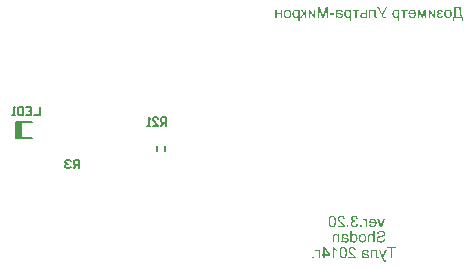
<source format=gbo>
%FSLAX25Y25*%
%MOIN*%
G70*
G01*
G75*
G04 Layer_Color=32896*
%ADD10R,0.02362X0.01969*%
%ADD11R,0.04331X0.01575*%
%ADD12R,0.01969X0.02362*%
%ADD13R,0.02953X0.07087*%
%ADD14R,0.03543X0.03543*%
%ADD15R,0.05118X0.02362*%
%ADD16R,0.07480X0.10236*%
%ADD17R,0.03150X0.03543*%
%ADD18R,0.03543X0.03150*%
%ADD19R,0.05118X0.02756*%
%ADD20R,0.12992X0.05512*%
%ADD21R,0.19685X0.04724*%
%ADD22R,0.05315X0.04724*%
%ADD23O,0.03543X0.00787*%
%ADD24O,0.00787X0.03543*%
%ADD25R,0.08071X0.08071*%
%ADD26R,0.02756X0.03543*%
%ADD27R,0.02362X0.04528*%
%ADD28R,0.06693X0.04331*%
%ADD29R,0.00984X0.04331*%
%ADD30R,0.03150X0.06693*%
%ADD31R,0.04724X0.02362*%
%ADD32R,0.02559X0.04331*%
%ADD33R,0.22441X0.22441*%
%ADD34O,0.03543X0.00984*%
%ADD35O,0.00984X0.03543*%
%ADD36R,0.04331X0.06693*%
%ADD37R,0.03543X0.02756*%
%ADD38R,0.03937X0.14961*%
%ADD39R,0.05433X0.01772*%
%ADD40R,0.08268X0.05807*%
%ADD41R,0.07874X0.05807*%
%ADD42R,0.07480X0.04626*%
%ADD43R,0.07480X0.09350*%
%ADD44C,0.01575*%
%ADD45C,0.00984*%
%ADD46C,0.01181*%
%ADD47C,0.01969*%
%ADD48R,0.07480X0.06890*%
%ADD49R,0.13780X0.06496*%
%ADD50C,0.06000*%
G04:AMPARAMS|DCode=51|XSize=59.06mil|YSize=59.06mil|CornerRadius=0mil|HoleSize=0mil|Usage=FLASHONLY|Rotation=90.000|XOffset=0mil|YOffset=0mil|HoleType=Round|Shape=Octagon|*
%AMOCTAGOND51*
4,1,8,0.01476,0.02953,-0.01476,0.02953,-0.02953,0.01476,-0.02953,-0.01476,-0.01476,-0.02953,0.01476,-0.02953,0.02953,-0.01476,0.02953,0.01476,0.01476,0.02953,0.0*
%
%ADD51OCTAGOND51*%

%ADD52C,0.04724*%
%ADD53R,0.09055X0.07087*%
%ADD54C,0.05118*%
%ADD55R,0.15748X0.07874*%
%ADD56C,0.02756*%
%ADD57C,0.03937*%
%ADD58C,0.01969*%
%ADD59R,0.06890X0.05906*%
%ADD60R,0.03937X0.05906*%
%ADD61C,0.01000*%
%ADD62C,0.00787*%
%ADD63C,0.00606*%
%ADD64C,0.00394*%
%ADD65C,0.00591*%
%ADD66R,0.03150X0.02756*%
%ADD67R,0.02756X0.03150*%
%ADD68R,0.03740X0.07874*%
%ADD69R,0.04331X0.04331*%
%ADD70R,0.05906X0.03150*%
%ADD71R,0.08268X0.11024*%
%ADD72R,0.03937X0.04331*%
%ADD73R,0.04331X0.03937*%
%ADD74R,0.05906X0.03543*%
%ADD75R,0.13780X0.06299*%
%ADD76R,0.20472X0.05512*%
%ADD77R,0.06102X0.05512*%
%ADD78O,0.04331X0.01575*%
%ADD79O,0.01575X0.04331*%
%ADD80R,0.08858X0.08858*%
%ADD81R,0.03543X0.04331*%
%ADD82R,0.03150X0.05315*%
%ADD83R,0.07480X0.05118*%
%ADD84R,0.01772X0.05118*%
%ADD85R,0.03937X0.07480*%
%ADD86R,0.05512X0.03150*%
%ADD87R,0.03347X0.05118*%
%ADD88R,0.23228X0.23228*%
%ADD89O,0.04331X0.01772*%
%ADD90O,0.01772X0.04331*%
%ADD91R,0.05118X0.07480*%
%ADD92R,0.04331X0.03543*%
%ADD93R,0.04724X0.15748*%
%ADD94R,0.06221X0.02559*%
%ADD95R,0.09055X0.06594*%
%ADD96R,0.08661X0.06594*%
%ADD97R,0.08268X0.05413*%
%ADD98R,0.08268X0.10138*%
%ADD99C,0.06787*%
G04:AMPARAMS|DCode=100|XSize=66.93mil|YSize=66.93mil|CornerRadius=0mil|HoleSize=0mil|Usage=FLASHONLY|Rotation=90.000|XOffset=0mil|YOffset=0mil|HoleType=Round|Shape=Octagon|*
%AMOCTAGOND100*
4,1,8,0.01673,0.03347,-0.01673,0.03347,-0.03347,0.01673,-0.03347,-0.01673,-0.01673,-0.03347,0.01673,-0.03347,0.03347,-0.01673,0.03347,0.01673,0.01673,0.03347,0.0*
%
%ADD100OCTAGOND100*%

%ADD101C,0.05512*%
%ADD102R,0.09843X0.07874*%
%ADD103C,0.05906*%
%ADD104R,0.16535X0.08661*%
%ADD105R,0.07677X0.06693*%
%ADD106R,0.04724X0.06693*%
%ADD107R,0.02165X0.05118*%
G36*
X120515Y-74803D02*
X119984D01*
Y-74272D01*
X120515D01*
Y-74803D01*
D02*
G37*
G36*
X124918D02*
X124387D01*
Y-74272D01*
X124918D01*
Y-74803D01*
D02*
G37*
G36*
X125868Y-72009D02*
X125922Y-72018D01*
X125976Y-72033D01*
X126020Y-72048D01*
X126055Y-72068D01*
X126084Y-72082D01*
X126104Y-72092D01*
X126109Y-72097D01*
X126158Y-72141D01*
X126212Y-72196D01*
X126261Y-72259D01*
X126306Y-72328D01*
X126340Y-72387D01*
X126375Y-72437D01*
X126384Y-72456D01*
X126394Y-72471D01*
X126399Y-72481D01*
Y-72063D01*
X126818D01*
Y-74803D01*
X126355D01*
Y-73376D01*
X126350Y-73268D01*
X126345Y-73165D01*
X126330Y-73076D01*
X126316Y-72993D01*
X126306Y-72929D01*
X126291Y-72879D01*
X126286Y-72860D01*
Y-72845D01*
X126281Y-72840D01*
Y-72835D01*
X126257Y-72776D01*
X126232Y-72727D01*
X126202Y-72683D01*
X126173Y-72648D01*
X126148Y-72619D01*
X126129Y-72594D01*
X126114Y-72584D01*
X126109Y-72579D01*
X126060Y-72550D01*
X126015Y-72525D01*
X125966Y-72510D01*
X125927Y-72496D01*
X125888Y-72491D01*
X125858Y-72486D01*
X125833D01*
X125769Y-72491D01*
X125706Y-72501D01*
X125646Y-72515D01*
X125597Y-72535D01*
X125553Y-72555D01*
X125519Y-72570D01*
X125499Y-72579D01*
X125489Y-72584D01*
X125327Y-72156D01*
X125420Y-72107D01*
X125504Y-72068D01*
X125587Y-72043D01*
X125661Y-72023D01*
X125720Y-72013D01*
X125769Y-72004D01*
X125809D01*
X125868Y-72009D01*
D02*
G37*
G36*
X119403Y-77127D02*
X119521Y-77136D01*
X119629Y-77151D01*
X119718Y-77171D01*
X119797Y-77191D01*
X119826Y-77196D01*
X119851Y-77205D01*
X119870Y-77210D01*
X119885Y-77215D01*
X119895Y-77220D01*
X119900D01*
X119993Y-77259D01*
X120077Y-77304D01*
X120146Y-77348D01*
X120205Y-77392D01*
X120249Y-77437D01*
X120284Y-77466D01*
X120303Y-77486D01*
X120308Y-77496D01*
X120358Y-77565D01*
X120402Y-77643D01*
X120436Y-77722D01*
X120461Y-77796D01*
X120485Y-77860D01*
X120500Y-77914D01*
X120505Y-77934D01*
Y-77948D01*
X120510Y-77958D01*
Y-77963D01*
X120057Y-78027D01*
X120028Y-77929D01*
X119989Y-77840D01*
X119954Y-77771D01*
X119915Y-77717D01*
X119885Y-77673D01*
X119856Y-77643D01*
X119836Y-77628D01*
X119831Y-77624D01*
X119767Y-77584D01*
X119688Y-77555D01*
X119610Y-77535D01*
X119526Y-77520D01*
X119457Y-77510D01*
X119398Y-77505D01*
X119344D01*
X119221Y-77510D01*
X119113Y-77530D01*
X119024Y-77555D01*
X118946Y-77584D01*
X118886Y-77614D01*
X118847Y-77638D01*
X118823Y-77658D01*
X118813Y-77663D01*
X118768Y-77712D01*
X118734Y-77776D01*
X118714Y-77840D01*
X118695Y-77909D01*
X118685Y-77968D01*
X118680Y-78022D01*
Y-78037D01*
Y-78052D01*
Y-78061D01*
Y-78066D01*
Y-78076D01*
Y-78096D01*
Y-78135D01*
X118685Y-78155D01*
Y-78170D01*
Y-78180D01*
Y-78184D01*
X118739Y-78199D01*
X118798Y-78219D01*
X118926Y-78249D01*
X119064Y-78278D01*
X119196Y-78303D01*
X119260Y-78312D01*
X119319Y-78322D01*
X119374Y-78327D01*
X119418Y-78332D01*
X119457Y-78342D01*
X119487D01*
X119506Y-78347D01*
X119511D01*
X119610Y-78362D01*
X119693Y-78372D01*
X119762Y-78381D01*
X119821Y-78396D01*
X119866Y-78401D01*
X119900Y-78411D01*
X119920Y-78416D01*
X119925D01*
X119993Y-78435D01*
X120057Y-78460D01*
X120112Y-78485D01*
X120161Y-78509D01*
X120200Y-78534D01*
X120235Y-78553D01*
X120254Y-78563D01*
X120259Y-78568D01*
X120313Y-78608D01*
X120358Y-78652D01*
X120402Y-78696D01*
X120436Y-78736D01*
X120461Y-78775D01*
X120485Y-78804D01*
X120495Y-78824D01*
X120500Y-78834D01*
X120530Y-78898D01*
X120549Y-78962D01*
X120569Y-79026D01*
X120579Y-79080D01*
X120584Y-79129D01*
X120589Y-79168D01*
Y-79193D01*
Y-79203D01*
X120584Y-79267D01*
X120579Y-79326D01*
X120549Y-79434D01*
X120510Y-79528D01*
X120466Y-79611D01*
X120422Y-79675D01*
X120387Y-79725D01*
X120358Y-79754D01*
X120353Y-79759D01*
X120348Y-79764D01*
X120299Y-79803D01*
X120249Y-79833D01*
X120136Y-79887D01*
X120023Y-79926D01*
X119910Y-79951D01*
X119811Y-79971D01*
X119767Y-79975D01*
X119728D01*
X119698Y-79980D01*
X119654D01*
X119556Y-79975D01*
X119462Y-79966D01*
X119374Y-79951D01*
X119300Y-79936D01*
X119236Y-79921D01*
X119187Y-79906D01*
X119172Y-79902D01*
X119157Y-79897D01*
X119152Y-79892D01*
X119147D01*
X119059Y-79852D01*
X118965Y-79803D01*
X118881Y-79749D01*
X118808Y-79700D01*
X118739Y-79651D01*
X118690Y-79611D01*
X118670Y-79597D01*
X118655Y-79587D01*
X118650Y-79577D01*
X118645D01*
X118635Y-79651D01*
X118621Y-79715D01*
X118611Y-79774D01*
X118591Y-79823D01*
X118581Y-79867D01*
X118567Y-79897D01*
X118562Y-79916D01*
X118557Y-79921D01*
X118070D01*
X118099Y-79862D01*
X118124Y-79803D01*
X118143Y-79749D01*
X118163Y-79695D01*
X118173Y-79656D01*
X118183Y-79621D01*
X118188Y-79602D01*
Y-79592D01*
X118193Y-79552D01*
X118198Y-79508D01*
Y-79454D01*
X118203Y-79390D01*
X118208Y-79257D01*
Y-79119D01*
X118212Y-79050D01*
Y-78987D01*
Y-78927D01*
Y-78878D01*
Y-78834D01*
Y-78804D01*
Y-78780D01*
Y-78775D01*
Y-78155D01*
Y-78047D01*
X118217Y-77958D01*
X118222Y-77884D01*
Y-77825D01*
X118227Y-77781D01*
X118232Y-77751D01*
X118237Y-77732D01*
Y-77727D01*
X118257Y-77658D01*
X118276Y-77599D01*
X118301Y-77545D01*
X118326Y-77501D01*
X118350Y-77466D01*
X118370Y-77437D01*
X118380Y-77422D01*
X118385Y-77417D01*
X118429Y-77373D01*
X118478Y-77328D01*
X118532Y-77294D01*
X118586Y-77264D01*
X118635Y-77240D01*
X118675Y-77220D01*
X118700Y-77210D01*
X118704Y-77205D01*
X118709D01*
X118798Y-77176D01*
X118886Y-77156D01*
X118985Y-77141D01*
X119073Y-77132D01*
X119152Y-77127D01*
X119187Y-77122D01*
X119275D01*
X119403Y-77127D01*
D02*
G37*
G36*
X129243Y-79921D02*
X128781D01*
Y-78426D01*
X128776Y-78312D01*
X128771Y-78209D01*
X128756Y-78120D01*
X128741Y-78052D01*
X128731Y-77993D01*
X128717Y-77953D01*
X128712Y-77929D01*
X128707Y-77919D01*
X128672Y-77855D01*
X128633Y-77796D01*
X128589Y-77747D01*
X128544Y-77707D01*
X128510Y-77673D01*
X128475Y-77648D01*
X128456Y-77634D01*
X128446Y-77628D01*
X128377Y-77594D01*
X128308Y-77565D01*
X128244Y-77545D01*
X128185Y-77535D01*
X128136Y-77525D01*
X128097Y-77520D01*
X128062D01*
X127964Y-77525D01*
X127880Y-77545D01*
X127806Y-77570D01*
X127743Y-77599D01*
X127698Y-77634D01*
X127664Y-77658D01*
X127639Y-77678D01*
X127634Y-77683D01*
X127585Y-77751D01*
X127546Y-77830D01*
X127521Y-77914D01*
X127501Y-77993D01*
X127491Y-78071D01*
X127487Y-78106D01*
X127482Y-78130D01*
Y-78155D01*
Y-78175D01*
Y-78184D01*
Y-78189D01*
Y-79921D01*
X127019D01*
Y-78189D01*
X127024Y-78047D01*
X127034Y-77924D01*
X127049Y-77816D01*
X127068Y-77732D01*
X127088Y-77663D01*
X127103Y-77614D01*
X127113Y-77584D01*
X127118Y-77574D01*
X127162Y-77501D01*
X127211Y-77432D01*
X127265Y-77378D01*
X127314Y-77328D01*
X127364Y-77294D01*
X127403Y-77264D01*
X127433Y-77250D01*
X127437Y-77245D01*
X127442D01*
X127526Y-77205D01*
X127620Y-77176D01*
X127703Y-77151D01*
X127787Y-77136D01*
X127856Y-77127D01*
X127915Y-77122D01*
X127964D01*
X128052Y-77127D01*
X128141Y-77136D01*
X128225Y-77156D01*
X128303Y-77181D01*
X128372Y-77210D01*
X128441Y-77240D01*
X128500Y-77274D01*
X128559Y-77309D01*
X128608Y-77348D01*
X128653Y-77382D01*
X128692Y-77412D01*
X128721Y-77442D01*
X128746Y-77466D01*
X128766Y-77486D01*
X128776Y-77496D01*
X128781Y-77501D01*
Y-76138D01*
X129243D01*
Y-79921D01*
D02*
G37*
G36*
X115290Y-71015D02*
X115423Y-71039D01*
X115541Y-71074D01*
X115639Y-71113D01*
X115683Y-71138D01*
X115718Y-71157D01*
X115752Y-71177D01*
X115777Y-71192D01*
X115797Y-71207D01*
X115811Y-71216D01*
X115821Y-71221D01*
X115826Y-71226D01*
X115920Y-71315D01*
X116003Y-71418D01*
X116072Y-71526D01*
X116131Y-71625D01*
X116175Y-71718D01*
X116195Y-71758D01*
X116210Y-71792D01*
X116220Y-71822D01*
X116230Y-71841D01*
X116235Y-71856D01*
Y-71861D01*
X116259Y-71940D01*
X116279Y-72023D01*
X116313Y-72201D01*
X116338Y-72382D01*
X116353Y-72555D01*
X116362Y-72633D01*
Y-72707D01*
X116367Y-72771D01*
X116372Y-72825D01*
Y-72874D01*
Y-72909D01*
Y-72929D01*
Y-72939D01*
X116367Y-73130D01*
X116358Y-73312D01*
X116338Y-73475D01*
X116313Y-73627D01*
X116289Y-73770D01*
X116254Y-73893D01*
X116220Y-74006D01*
X116185Y-74109D01*
X116151Y-74198D01*
X116121Y-74272D01*
X116087Y-74336D01*
X116062Y-74390D01*
X116038Y-74429D01*
X116018Y-74454D01*
X116008Y-74474D01*
X116003Y-74478D01*
X115939Y-74547D01*
X115875Y-74606D01*
X115806Y-74660D01*
X115738Y-74705D01*
X115664Y-74739D01*
X115590Y-74774D01*
X115521Y-74798D01*
X115452Y-74818D01*
X115388Y-74833D01*
X115329Y-74847D01*
X115280Y-74857D01*
X115231Y-74862D01*
X115196D01*
X115167Y-74867D01*
X115142D01*
X115068Y-74862D01*
X114995Y-74857D01*
X114862Y-74833D01*
X114744Y-74798D01*
X114645Y-74754D01*
X114601Y-74734D01*
X114567Y-74715D01*
X114532Y-74695D01*
X114508Y-74680D01*
X114488Y-74665D01*
X114468Y-74656D01*
X114463Y-74646D01*
X114458D01*
X114360Y-74557D01*
X114276Y-74454D01*
X114207Y-74351D01*
X114148Y-74247D01*
X114104Y-74159D01*
X114084Y-74119D01*
X114070Y-74085D01*
X114060Y-74055D01*
X114050Y-74036D01*
X114045Y-74021D01*
Y-74016D01*
X114021Y-73937D01*
X114001Y-73854D01*
X113966Y-73677D01*
X113942Y-73494D01*
X113922Y-73322D01*
X113917Y-73243D01*
X113912Y-73170D01*
Y-73106D01*
X113907Y-73052D01*
Y-73002D01*
Y-72968D01*
Y-72948D01*
Y-72939D01*
Y-72835D01*
X113912Y-72737D01*
X113917Y-72648D01*
X113922Y-72565D01*
X113927Y-72481D01*
X113937Y-72412D01*
X113942Y-72343D01*
X113952Y-72284D01*
X113962Y-72230D01*
X113966Y-72181D01*
X113976Y-72141D01*
X113981Y-72107D01*
X113986Y-72082D01*
X113991Y-72063D01*
X113996Y-72053D01*
Y-72048D01*
X114030Y-71930D01*
X114065Y-71817D01*
X114104Y-71723D01*
X114144Y-71640D01*
X114178Y-71571D01*
X114203Y-71522D01*
X114212Y-71507D01*
X114222Y-71492D01*
X114227Y-71487D01*
Y-71482D01*
X114286Y-71399D01*
X114350Y-71330D01*
X114414Y-71271D01*
X114473Y-71216D01*
X114527Y-71177D01*
X114567Y-71153D01*
X114596Y-71133D01*
X114601Y-71128D01*
X114606D01*
X114695Y-71088D01*
X114788Y-71059D01*
X114877Y-71034D01*
X114960Y-71020D01*
X115034Y-71010D01*
X115064D01*
X115093Y-71005D01*
X115216D01*
X115290Y-71015D01*
D02*
G37*
G36*
X128736Y-72009D02*
X128835Y-72018D01*
X128928Y-72038D01*
X129017Y-72063D01*
X129095Y-72092D01*
X129174Y-72127D01*
X129243Y-72161D01*
X129307Y-72196D01*
X129361Y-72230D01*
X129410Y-72264D01*
X129455Y-72299D01*
X129489Y-72328D01*
X129518Y-72353D01*
X129538Y-72373D01*
X129548Y-72382D01*
X129553Y-72387D01*
X129617Y-72461D01*
X129671Y-72540D01*
X129715Y-72628D01*
X129760Y-72717D01*
X129794Y-72806D01*
X129819Y-72894D01*
X129843Y-72983D01*
X129863Y-73066D01*
X129878Y-73145D01*
X129887Y-73219D01*
X129897Y-73288D01*
X129902Y-73347D01*
Y-73391D01*
X129907Y-73431D01*
Y-73450D01*
Y-73460D01*
X129902Y-73583D01*
X129893Y-73696D01*
X129873Y-73800D01*
X129853Y-73903D01*
X129829Y-73991D01*
X129799Y-74080D01*
X129764Y-74154D01*
X129730Y-74227D01*
X129701Y-74287D01*
X129666Y-74341D01*
X129637Y-74385D01*
X129612Y-74424D01*
X129592Y-74454D01*
X129573Y-74474D01*
X129563Y-74488D01*
X129558Y-74493D01*
X129489Y-74557D01*
X129415Y-74616D01*
X129337Y-74665D01*
X129258Y-74705D01*
X129179Y-74744D01*
X129100Y-74774D01*
X129022Y-74798D01*
X128948Y-74818D01*
X128879Y-74833D01*
X128810Y-74843D01*
X128751Y-74852D01*
X128702Y-74857D01*
X128662D01*
X128628Y-74862D01*
X128603D01*
X128515Y-74857D01*
X128431Y-74852D01*
X128279Y-74828D01*
X128210Y-74808D01*
X128146Y-74788D01*
X128087Y-74769D01*
X128033Y-74744D01*
X127983Y-74724D01*
X127944Y-74705D01*
X127905Y-74685D01*
X127875Y-74665D01*
X127851Y-74651D01*
X127836Y-74641D01*
X127826Y-74631D01*
X127821D01*
X127718Y-74537D01*
X127629Y-74429D01*
X127555Y-74321D01*
X127496Y-74218D01*
X127457Y-74124D01*
X127437Y-74080D01*
X127427Y-74045D01*
X127413Y-74016D01*
X127408Y-73996D01*
X127403Y-73981D01*
Y-73977D01*
X127885Y-73913D01*
X127925Y-74016D01*
X127974Y-74104D01*
X128023Y-74183D01*
X128067Y-74242D01*
X128106Y-74287D01*
X128141Y-74321D01*
X128161Y-74341D01*
X128171Y-74346D01*
X128239Y-74390D01*
X128313Y-74424D01*
X128387Y-74444D01*
X128451Y-74464D01*
X128515Y-74474D01*
X128559Y-74478D01*
X128603D01*
X128667Y-74474D01*
X128726Y-74469D01*
X128840Y-74439D01*
X128938Y-74405D01*
X129022Y-74360D01*
X129086Y-74316D01*
X129140Y-74277D01*
X129154Y-74262D01*
X129169Y-74252D01*
X129174Y-74247D01*
X129179Y-74242D01*
X129218Y-74193D01*
X129253Y-74144D01*
X129312Y-74036D01*
X129356Y-73922D01*
X129391Y-73809D01*
X129410Y-73711D01*
X129415Y-73667D01*
X129420Y-73627D01*
X129425Y-73598D01*
X129430Y-73573D01*
Y-73558D01*
Y-73554D01*
X127388D01*
X127383Y-73499D01*
Y-73460D01*
Y-73440D01*
Y-73431D01*
X127388Y-73308D01*
X127398Y-73189D01*
X127418Y-73081D01*
X127437Y-72978D01*
X127462Y-72884D01*
X127491Y-72801D01*
X127526Y-72722D01*
X127555Y-72648D01*
X127590Y-72584D01*
X127624Y-72530D01*
X127654Y-72486D01*
X127678Y-72447D01*
X127698Y-72417D01*
X127718Y-72397D01*
X127728Y-72382D01*
X127733Y-72378D01*
X127801Y-72314D01*
X127870Y-72255D01*
X127944Y-72205D01*
X128023Y-72161D01*
X128097Y-72127D01*
X128171Y-72097D01*
X128244Y-72068D01*
X128313Y-72048D01*
X128377Y-72033D01*
X128441Y-72023D01*
X128495Y-72013D01*
X128540Y-72009D01*
X128579Y-72004D01*
X128633D01*
X128736Y-72009D01*
D02*
G37*
G36*
X103090Y-2324D02*
X103179Y-2333D01*
X103257Y-2353D01*
X103326Y-2373D01*
X103380Y-2392D01*
X103420Y-2412D01*
X103444Y-2422D01*
X103454Y-2427D01*
X103523Y-2471D01*
X103587Y-2520D01*
X103641Y-2569D01*
X103690Y-2619D01*
X103730Y-2668D01*
X103764Y-2702D01*
X103784Y-2727D01*
X103789Y-2737D01*
Y-2378D01*
X104212D01*
Y-6166D01*
X103749D01*
Y-4833D01*
X103700Y-4887D01*
X103651Y-4931D01*
X103602Y-4975D01*
X103552Y-5010D01*
X103513Y-5039D01*
X103479Y-5059D01*
X103459Y-5074D01*
X103449Y-5079D01*
X103375Y-5113D01*
X103306Y-5138D01*
X103233Y-5153D01*
X103169Y-5162D01*
X103115Y-5172D01*
X103070Y-5177D01*
X103031D01*
X102913Y-5167D01*
X102800Y-5148D01*
X102696Y-5123D01*
X102608Y-5089D01*
X102534Y-5054D01*
X102500Y-5039D01*
X102475Y-5029D01*
X102455Y-5015D01*
X102441Y-5010D01*
X102431Y-5000D01*
X102426D01*
X102322Y-4926D01*
X102234Y-4848D01*
X102160Y-4759D01*
X102096Y-4675D01*
X102047Y-4602D01*
X102027Y-4572D01*
X102013Y-4543D01*
X101998Y-4518D01*
X101988Y-4503D01*
X101983Y-4493D01*
Y-4488D01*
X101934Y-4360D01*
X101894Y-4228D01*
X101870Y-4100D01*
X101850Y-3982D01*
X101845Y-3928D01*
X101840Y-3883D01*
X101835Y-3839D01*
X101830Y-3799D01*
Y-3770D01*
Y-3750D01*
Y-3736D01*
Y-3731D01*
X101835Y-3588D01*
X101850Y-3450D01*
X101875Y-3332D01*
X101899Y-3224D01*
X101914Y-3180D01*
X101924Y-3135D01*
X101934Y-3101D01*
X101949Y-3071D01*
X101953Y-3047D01*
X101963Y-3027D01*
X101968Y-3017D01*
Y-3012D01*
X102027Y-2894D01*
X102091Y-2791D01*
X102160Y-2707D01*
X102224Y-2633D01*
X102283Y-2575D01*
X102332Y-2535D01*
X102352Y-2520D01*
X102367Y-2510D01*
X102372Y-2501D01*
X102377D01*
X102480Y-2442D01*
X102583Y-2397D01*
X102691Y-2363D01*
X102785Y-2343D01*
X102869Y-2328D01*
X102908Y-2324D01*
X102937D01*
X102962Y-2319D01*
X102997D01*
X103090Y-2324D01*
D02*
G37*
G36*
X120394D02*
X120482Y-2333D01*
X120561Y-2353D01*
X120630Y-2373D01*
X120684Y-2392D01*
X120723Y-2412D01*
X120748Y-2422D01*
X120758Y-2427D01*
X120827Y-2471D01*
X120891Y-2520D01*
X120945Y-2569D01*
X120994Y-2619D01*
X121033Y-2668D01*
X121068Y-2702D01*
X121087Y-2727D01*
X121092Y-2737D01*
Y-2378D01*
X121515D01*
Y-6166D01*
X121053D01*
Y-4833D01*
X121004Y-4887D01*
X120955Y-4931D01*
X120905Y-4975D01*
X120856Y-5010D01*
X120817Y-5039D01*
X120782Y-5059D01*
X120763Y-5074D01*
X120753Y-5079D01*
X120679Y-5113D01*
X120610Y-5138D01*
X120536Y-5153D01*
X120472Y-5162D01*
X120418Y-5172D01*
X120374Y-5177D01*
X120335D01*
X120217Y-5167D01*
X120103Y-5148D01*
X120000Y-5123D01*
X119912Y-5089D01*
X119838Y-5054D01*
X119803Y-5039D01*
X119779Y-5029D01*
X119759Y-5015D01*
X119744Y-5010D01*
X119734Y-5000D01*
X119729D01*
X119626Y-4926D01*
X119538Y-4848D01*
X119464Y-4759D01*
X119400Y-4675D01*
X119351Y-4602D01*
X119331Y-4572D01*
X119316Y-4543D01*
X119301Y-4518D01*
X119292Y-4503D01*
X119287Y-4493D01*
Y-4488D01*
X119237Y-4360D01*
X119198Y-4228D01*
X119174Y-4100D01*
X119154Y-3982D01*
X119149Y-3928D01*
X119144Y-3883D01*
X119139Y-3839D01*
X119134Y-3799D01*
Y-3770D01*
Y-3750D01*
Y-3736D01*
Y-3731D01*
X119139Y-3588D01*
X119154Y-3450D01*
X119178Y-3332D01*
X119203Y-3224D01*
X119218Y-3180D01*
X119228Y-3135D01*
X119237Y-3101D01*
X119252Y-3071D01*
X119257Y-3047D01*
X119267Y-3027D01*
X119272Y-3017D01*
Y-3012D01*
X119331Y-2894D01*
X119395Y-2791D01*
X119464Y-2707D01*
X119528Y-2633D01*
X119587Y-2575D01*
X119636Y-2535D01*
X119656Y-2520D01*
X119670Y-2510D01*
X119675Y-2501D01*
X119680D01*
X119784Y-2442D01*
X119887Y-2397D01*
X119995Y-2363D01*
X120089Y-2343D01*
X120172Y-2328D01*
X120212Y-2324D01*
X120241D01*
X120266Y-2319D01*
X120300D01*
X120394Y-2324D01*
D02*
G37*
G36*
X136413D02*
X136502Y-2333D01*
X136581Y-2353D01*
X136649Y-2373D01*
X136704Y-2392D01*
X136743Y-2412D01*
X136767Y-2422D01*
X136777Y-2427D01*
X136846Y-2471D01*
X136910Y-2520D01*
X136964Y-2569D01*
X137013Y-2619D01*
X137053Y-2668D01*
X137087Y-2702D01*
X137107Y-2727D01*
X137112Y-2737D01*
Y-2378D01*
X137535D01*
Y-6166D01*
X137073D01*
Y-4833D01*
X137023Y-4887D01*
X136974Y-4931D01*
X136925Y-4975D01*
X136876Y-5010D01*
X136836Y-5039D01*
X136802Y-5059D01*
X136782Y-5074D01*
X136772Y-5079D01*
X136699Y-5113D01*
X136630Y-5138D01*
X136556Y-5153D01*
X136492Y-5162D01*
X136438Y-5172D01*
X136393Y-5177D01*
X136354D01*
X136236Y-5167D01*
X136123Y-5148D01*
X136020Y-5123D01*
X135931Y-5089D01*
X135857Y-5054D01*
X135823Y-5039D01*
X135798Y-5029D01*
X135778Y-5015D01*
X135764Y-5010D01*
X135754Y-5000D01*
X135749D01*
X135646Y-4926D01*
X135557Y-4848D01*
X135483Y-4759D01*
X135419Y-4675D01*
X135370Y-4602D01*
X135351Y-4572D01*
X135336Y-4543D01*
X135321Y-4518D01*
X135311Y-4503D01*
X135306Y-4493D01*
Y-4488D01*
X135257Y-4360D01*
X135218Y-4228D01*
X135193Y-4100D01*
X135173Y-3982D01*
X135168Y-3928D01*
X135163Y-3883D01*
X135159Y-3839D01*
X135154Y-3799D01*
Y-3770D01*
Y-3750D01*
Y-3736D01*
Y-3731D01*
X135159Y-3588D01*
X135173Y-3450D01*
X135198Y-3332D01*
X135223Y-3224D01*
X135237Y-3180D01*
X135247Y-3135D01*
X135257Y-3101D01*
X135272Y-3071D01*
X135277Y-3047D01*
X135286Y-3027D01*
X135291Y-3017D01*
Y-3012D01*
X135351Y-2894D01*
X135414Y-2791D01*
X135483Y-2707D01*
X135547Y-2633D01*
X135606Y-2575D01*
X135655Y-2535D01*
X135675Y-2520D01*
X135690Y-2510D01*
X135695Y-2501D01*
X135700D01*
X135803Y-2442D01*
X135906Y-2397D01*
X136015Y-2363D01*
X136108Y-2343D01*
X136192Y-2328D01*
X136231Y-2324D01*
X136261D01*
X136285Y-2319D01*
X136320D01*
X136413Y-2324D01*
D02*
G37*
G36*
X131644Y-74803D02*
X131196D01*
X130163Y-72063D01*
X130645D01*
X131250Y-73735D01*
X131290Y-73844D01*
X131324Y-73947D01*
X131354Y-74036D01*
X131378Y-74109D01*
X131398Y-74173D01*
X131413Y-74218D01*
X131418Y-74247D01*
X131423Y-74252D01*
Y-74257D01*
X131452Y-74154D01*
X131482Y-74050D01*
X131511Y-73957D01*
X131541Y-73873D01*
X131565Y-73804D01*
X131585Y-73750D01*
X131590Y-73731D01*
X131595Y-73716D01*
X131600Y-73711D01*
Y-73706D01*
X132185Y-72063D01*
X132677D01*
X131644Y-74803D01*
D02*
G37*
G36*
X118163Y-71010D02*
X118257Y-71015D01*
X118345Y-71030D01*
X118424Y-71049D01*
X118503Y-71069D01*
X118571Y-71093D01*
X118635Y-71118D01*
X118694Y-71143D01*
X118749Y-71172D01*
X118793Y-71197D01*
X118832Y-71221D01*
X118867Y-71241D01*
X118891Y-71261D01*
X118911Y-71276D01*
X118921Y-71280D01*
X118926Y-71285D01*
X118985Y-71339D01*
X119034Y-71399D01*
X119078Y-71463D01*
X119118Y-71531D01*
X119152Y-71595D01*
X119182Y-71664D01*
X119226Y-71797D01*
X119246Y-71856D01*
X119260Y-71915D01*
X119270Y-71964D01*
X119280Y-72009D01*
X119285Y-72048D01*
Y-72073D01*
X119290Y-72092D01*
Y-72097D01*
X118813Y-72146D01*
X118803Y-72018D01*
X118783Y-71910D01*
X118749Y-71817D01*
X118709Y-71733D01*
X118675Y-71674D01*
X118640Y-71625D01*
X118621Y-71600D01*
X118611Y-71590D01*
X118532Y-71522D01*
X118444Y-71472D01*
X118350Y-71438D01*
X118266Y-71413D01*
X118193Y-71399D01*
X118158Y-71394D01*
X118129D01*
X118109Y-71389D01*
X118075D01*
X117961Y-71399D01*
X117858Y-71418D01*
X117770Y-71448D01*
X117696Y-71482D01*
X117637Y-71522D01*
X117593Y-71551D01*
X117568Y-71571D01*
X117558Y-71581D01*
X117489Y-71654D01*
X117440Y-71733D01*
X117405Y-71807D01*
X117381Y-71881D01*
X117366Y-71945D01*
X117361Y-71999D01*
X117356Y-72018D01*
Y-72028D01*
Y-72038D01*
Y-72043D01*
Y-72092D01*
X117366Y-72141D01*
X117391Y-72245D01*
X117425Y-72338D01*
X117464Y-72422D01*
X117509Y-72496D01*
X117528Y-72525D01*
X117543Y-72555D01*
X117558Y-72574D01*
X117568Y-72589D01*
X117573Y-72599D01*
X117578Y-72604D01*
X117622Y-72663D01*
X117676Y-72722D01*
X117735Y-72786D01*
X117799Y-72855D01*
X117937Y-72988D01*
X118075Y-73116D01*
X118139Y-73175D01*
X118202Y-73229D01*
X118262Y-73278D01*
X118311Y-73322D01*
X118350Y-73357D01*
X118385Y-73381D01*
X118404Y-73401D01*
X118409Y-73406D01*
X118552Y-73524D01*
X118675Y-73632D01*
X118778Y-73731D01*
X118862Y-73814D01*
X118931Y-73883D01*
X118980Y-73937D01*
X118995Y-73957D01*
X119009Y-73972D01*
X119014Y-73977D01*
X119019Y-73981D01*
X119093Y-74075D01*
X119157Y-74164D01*
X119206Y-74247D01*
X119251Y-74326D01*
X119285Y-74390D01*
X119305Y-74439D01*
X119315Y-74459D01*
X119319Y-74474D01*
X119324Y-74478D01*
Y-74483D01*
X119344Y-74542D01*
X119359Y-74597D01*
X119369Y-74651D01*
X119374Y-74700D01*
X119378Y-74744D01*
Y-74774D01*
Y-74793D01*
Y-74803D01*
X116874D01*
Y-74355D01*
X118734D01*
X118670Y-74267D01*
X118635Y-74223D01*
X118606Y-74188D01*
X118576Y-74154D01*
X118557Y-74129D01*
X118542Y-74114D01*
X118537Y-74109D01*
X118512Y-74085D01*
X118478Y-74050D01*
X118444Y-74016D01*
X118404Y-73981D01*
X118316Y-73903D01*
X118222Y-73824D01*
X118139Y-73750D01*
X118099Y-73716D01*
X118070Y-73686D01*
X118040Y-73667D01*
X118020Y-73647D01*
X118006Y-73637D01*
X118001Y-73632D01*
X117912Y-73554D01*
X117824Y-73480D01*
X117750Y-73416D01*
X117676Y-73352D01*
X117612Y-73293D01*
X117553Y-73234D01*
X117499Y-73185D01*
X117455Y-73140D01*
X117410Y-73101D01*
X117376Y-73066D01*
X117347Y-73037D01*
X117322Y-73012D01*
X117307Y-72993D01*
X117292Y-72978D01*
X117282Y-72973D01*
Y-72968D01*
X117209Y-72879D01*
X117145Y-72791D01*
X117091Y-72712D01*
X117046Y-72643D01*
X117012Y-72589D01*
X116992Y-72545D01*
X116977Y-72515D01*
X116972Y-72505D01*
X116943Y-72422D01*
X116918Y-72343D01*
X116904Y-72264D01*
X116889Y-72201D01*
X116884Y-72141D01*
X116879Y-72097D01*
Y-72068D01*
Y-72058D01*
X116884Y-71974D01*
X116894Y-71895D01*
X116909Y-71822D01*
X116928Y-71753D01*
X116982Y-71625D01*
X117007Y-71566D01*
X117036Y-71517D01*
X117071Y-71467D01*
X117095Y-71428D01*
X117125Y-71394D01*
X117150Y-71364D01*
X117169Y-71339D01*
X117184Y-71325D01*
X117194Y-71315D01*
X117199Y-71310D01*
X117263Y-71256D01*
X117327Y-71211D01*
X117396Y-71167D01*
X117470Y-71133D01*
X117543Y-71103D01*
X117612Y-71079D01*
X117750Y-71044D01*
X117814Y-71030D01*
X117873Y-71020D01*
X117927Y-71015D01*
X117976Y-71010D01*
X118011Y-71005D01*
X118065D01*
X118163Y-71010D01*
D02*
G37*
G36*
X122616D02*
X122695Y-71015D01*
X122842Y-71044D01*
X122970Y-71088D01*
X123024Y-71113D01*
X123078Y-71133D01*
X123123Y-71157D01*
X123167Y-71182D01*
X123201Y-71207D01*
X123231Y-71226D01*
X123255Y-71241D01*
X123270Y-71256D01*
X123280Y-71261D01*
X123285Y-71266D01*
X123339Y-71315D01*
X123388Y-71369D01*
X123472Y-71487D01*
X123536Y-71605D01*
X123590Y-71718D01*
X123610Y-71772D01*
X123624Y-71822D01*
X123639Y-71871D01*
X123649Y-71905D01*
X123659Y-71940D01*
X123664Y-71964D01*
X123669Y-71979D01*
Y-71984D01*
X123206Y-72068D01*
X123182Y-71949D01*
X123152Y-71846D01*
X123113Y-71758D01*
X123073Y-71689D01*
X123039Y-71630D01*
X123009Y-71590D01*
X122990Y-71571D01*
X122980Y-71561D01*
X122906Y-71502D01*
X122832Y-71463D01*
X122754Y-71433D01*
X122685Y-71408D01*
X122621Y-71399D01*
X122567Y-71394D01*
X122547Y-71389D01*
X122522D01*
X122424Y-71394D01*
X122340Y-71413D01*
X122262Y-71443D01*
X122198Y-71472D01*
X122148Y-71507D01*
X122109Y-71531D01*
X122089Y-71551D01*
X122080Y-71561D01*
X122020Y-71625D01*
X121976Y-71699D01*
X121947Y-71767D01*
X121922Y-71832D01*
X121912Y-71890D01*
X121907Y-71935D01*
X121902Y-71969D01*
Y-71974D01*
Y-71979D01*
X121907Y-72038D01*
X121912Y-72092D01*
X121942Y-72191D01*
X121976Y-72274D01*
X122020Y-72343D01*
X122065Y-72392D01*
X122104Y-72432D01*
X122134Y-72451D01*
X122139Y-72461D01*
X122143D01*
X122232Y-72510D01*
X122326Y-72550D01*
X122414Y-72574D01*
X122498Y-72594D01*
X122567Y-72604D01*
X122626Y-72609D01*
X122645Y-72614D01*
X122699D01*
X122724Y-72609D01*
X122739Y-72604D01*
X122749D01*
X122803Y-73012D01*
X122734Y-72997D01*
X122670Y-72983D01*
X122611Y-72973D01*
X122562Y-72968D01*
X122527Y-72963D01*
X122473D01*
X122355Y-72973D01*
X122252Y-72997D01*
X122163Y-73027D01*
X122084Y-73066D01*
X122025Y-73106D01*
X121981Y-73135D01*
X121952Y-73160D01*
X121942Y-73170D01*
X121902Y-73209D01*
X121873Y-73253D01*
X121819Y-73337D01*
X121779Y-73426D01*
X121755Y-73509D01*
X121740Y-73583D01*
X121735Y-73617D01*
Y-73642D01*
X121730Y-73667D01*
Y-73681D01*
Y-73691D01*
Y-73696D01*
Y-73755D01*
X121740Y-73814D01*
X121765Y-73922D01*
X121804Y-74021D01*
X121843Y-74100D01*
X121883Y-74168D01*
X121922Y-74218D01*
X121937Y-74232D01*
X121947Y-74247D01*
X121952Y-74252D01*
X121957Y-74257D01*
X122001Y-74296D01*
X122045Y-74331D01*
X122139Y-74390D01*
X122232Y-74429D01*
X122321Y-74454D01*
X122394Y-74474D01*
X122429Y-74478D01*
X122458D01*
X122478Y-74483D01*
X122512D01*
X122611Y-74474D01*
X122704Y-74454D01*
X122783Y-74429D01*
X122852Y-74395D01*
X122911Y-74365D01*
X122950Y-74336D01*
X122975Y-74316D01*
X122985Y-74311D01*
X123019Y-74277D01*
X123049Y-74237D01*
X123103Y-74144D01*
X123152Y-74050D01*
X123187Y-73957D01*
X123216Y-73868D01*
X123226Y-73834D01*
X123236Y-73800D01*
X123241Y-73775D01*
X123246Y-73755D01*
X123250Y-73740D01*
Y-73735D01*
X123713Y-73800D01*
X123703Y-73888D01*
X123683Y-73972D01*
X123664Y-74045D01*
X123634Y-74119D01*
X123605Y-74188D01*
X123575Y-74252D01*
X123541Y-74311D01*
X123511Y-74365D01*
X123477Y-74410D01*
X123447Y-74454D01*
X123418Y-74488D01*
X123393Y-74518D01*
X123369Y-74542D01*
X123354Y-74557D01*
X123344Y-74567D01*
X123339Y-74572D01*
X123275Y-74626D01*
X123211Y-74670D01*
X123142Y-74710D01*
X123068Y-74744D01*
X123000Y-74769D01*
X122931Y-74793D01*
X122803Y-74828D01*
X122744Y-74843D01*
X122685Y-74852D01*
X122635Y-74857D01*
X122596Y-74862D01*
X122562Y-74867D01*
X122512D01*
X122409Y-74862D01*
X122316Y-74852D01*
X122222Y-74838D01*
X122139Y-74813D01*
X122055Y-74788D01*
X121981Y-74759D01*
X121912Y-74729D01*
X121848Y-74695D01*
X121794Y-74665D01*
X121745Y-74636D01*
X121701Y-74606D01*
X121666Y-74582D01*
X121637Y-74557D01*
X121617Y-74542D01*
X121607Y-74533D01*
X121602Y-74528D01*
X121538Y-74464D01*
X121484Y-74395D01*
X121435Y-74321D01*
X121391Y-74252D01*
X121356Y-74178D01*
X121327Y-74109D01*
X121302Y-74041D01*
X121282Y-73977D01*
X121268Y-73918D01*
X121258Y-73863D01*
X121248Y-73814D01*
X121243Y-73770D01*
X121238Y-73735D01*
Y-73706D01*
Y-73691D01*
Y-73686D01*
X121248Y-73554D01*
X121268Y-73440D01*
X121297Y-73337D01*
X121332Y-73248D01*
X121366Y-73175D01*
X121381Y-73150D01*
X121396Y-73125D01*
X121405Y-73106D01*
X121415Y-73091D01*
X121425Y-73086D01*
Y-73081D01*
X121499Y-72997D01*
X121588Y-72929D01*
X121671Y-72870D01*
X121755Y-72825D01*
X121829Y-72796D01*
X121863Y-72781D01*
X121892Y-72771D01*
X121912Y-72766D01*
X121932Y-72761D01*
X121942Y-72756D01*
X121947D01*
X121858Y-72707D01*
X121779Y-72658D01*
X121711Y-72604D01*
X121656Y-72550D01*
X121612Y-72505D01*
X121583Y-72471D01*
X121563Y-72447D01*
X121558Y-72437D01*
X121514Y-72358D01*
X121479Y-72279D01*
X121460Y-72205D01*
X121440Y-72136D01*
X121430Y-72078D01*
X121425Y-72028D01*
Y-71999D01*
Y-71994D01*
Y-71989D01*
X121430Y-71895D01*
X121445Y-71807D01*
X121469Y-71723D01*
X121494Y-71649D01*
X121523Y-71590D01*
X121543Y-71541D01*
X121563Y-71512D01*
X121568Y-71507D01*
Y-71502D01*
X121622Y-71418D01*
X121686Y-71349D01*
X121755Y-71285D01*
X121819Y-71231D01*
X121878Y-71192D01*
X121922Y-71162D01*
X121942Y-71153D01*
X121957Y-71143D01*
X121961Y-71138D01*
X121966D01*
X122065Y-71093D01*
X122163Y-71059D01*
X122257Y-71039D01*
X122345Y-71020D01*
X122419Y-71010D01*
X122453D01*
X122478Y-71005D01*
X122532D01*
X122616Y-71010D01*
D02*
G37*
G36*
X116313Y-77127D02*
X116412Y-77141D01*
X116500Y-77161D01*
X116584Y-77191D01*
X116663Y-77225D01*
X116732Y-77264D01*
X116796Y-77304D01*
X116855Y-77348D01*
X116909Y-77392D01*
X116953Y-77432D01*
X116987Y-77471D01*
X117022Y-77505D01*
X117046Y-77530D01*
X117061Y-77555D01*
X117071Y-77570D01*
X117076Y-77574D01*
Y-77181D01*
X117494D01*
Y-79921D01*
X117032D01*
Y-78430D01*
X117027Y-78337D01*
X117022Y-78249D01*
X117012Y-78170D01*
X116997Y-78096D01*
X116982Y-78032D01*
X116963Y-77973D01*
X116943Y-77924D01*
X116923Y-77874D01*
X116904Y-77835D01*
X116889Y-77806D01*
X116869Y-77776D01*
X116855Y-77757D01*
X116840Y-77737D01*
X116830Y-77727D01*
X116820Y-77717D01*
X116736Y-77653D01*
X116648Y-77604D01*
X116559Y-77570D01*
X116481Y-77550D01*
X116412Y-77535D01*
X116353Y-77530D01*
X116333Y-77525D01*
X116304D01*
X116240Y-77530D01*
X116175Y-77540D01*
X116121Y-77555D01*
X116077Y-77570D01*
X116038Y-77584D01*
X116008Y-77599D01*
X115989Y-77609D01*
X115984Y-77614D01*
X115935Y-77648D01*
X115895Y-77683D01*
X115861Y-77722D01*
X115836Y-77757D01*
X115816Y-77791D01*
X115802Y-77816D01*
X115792Y-77835D01*
Y-77840D01*
X115772Y-77899D01*
X115757Y-77963D01*
X115747Y-78032D01*
X115738Y-78101D01*
Y-78160D01*
X115733Y-78214D01*
Y-78234D01*
Y-78243D01*
Y-78253D01*
Y-78258D01*
Y-79921D01*
X115270D01*
Y-78239D01*
Y-78126D01*
X115275Y-78032D01*
X115280Y-77958D01*
X115285Y-77894D01*
X115290Y-77850D01*
X115295Y-77816D01*
X115300Y-77796D01*
Y-77791D01*
X115320Y-77717D01*
X115339Y-77653D01*
X115364Y-77594D01*
X115383Y-77545D01*
X115408Y-77501D01*
X115428Y-77471D01*
X115437Y-77451D01*
X115443Y-77447D01*
X115487Y-77397D01*
X115536Y-77348D01*
X115585Y-77309D01*
X115634Y-77279D01*
X115683Y-77250D01*
X115718Y-77230D01*
X115743Y-77220D01*
X115752Y-77215D01*
X115831Y-77186D01*
X115910Y-77161D01*
X115989Y-77146D01*
X116058Y-77132D01*
X116121Y-77127D01*
X116166Y-77122D01*
X116210D01*
X116313Y-77127D01*
D02*
G37*
G36*
X111084Y-85236D02*
X110622D01*
Y-82880D01*
X109505D01*
Y-82496D01*
X111084D01*
Y-85236D01*
D02*
G37*
G36*
X114307Y-83903D02*
Y-84331D01*
X112664D01*
Y-85236D01*
X112201D01*
Y-84331D01*
X111689D01*
Y-83903D01*
X112201D01*
Y-81453D01*
X112580D01*
X114307Y-83903D01*
D02*
G37*
G36*
X136417Y-81901D02*
X135173D01*
Y-85236D01*
X134671D01*
Y-81901D01*
X133426D01*
Y-81453D01*
X136417D01*
Y-81901D01*
D02*
G37*
G36*
X118941Y-81448D02*
X119074Y-81472D01*
X119192Y-81507D01*
X119291Y-81546D01*
X119335Y-81571D01*
X119369Y-81590D01*
X119404Y-81610D01*
X119429Y-81625D01*
X119448Y-81640D01*
X119463Y-81650D01*
X119473Y-81655D01*
X119478Y-81659D01*
X119571Y-81748D01*
X119655Y-81851D01*
X119724Y-81959D01*
X119783Y-82058D01*
X119827Y-82151D01*
X119847Y-82191D01*
X119861Y-82225D01*
X119871Y-82255D01*
X119881Y-82274D01*
X119886Y-82289D01*
Y-82294D01*
X119911Y-82373D01*
X119930Y-82456D01*
X119965Y-82634D01*
X119989Y-82816D01*
X120004Y-82988D01*
X120014Y-83066D01*
Y-83140D01*
X120019Y-83204D01*
X120024Y-83258D01*
Y-83308D01*
Y-83342D01*
Y-83362D01*
Y-83372D01*
X120019Y-83563D01*
X120009Y-83745D01*
X119989Y-83908D01*
X119965Y-84060D01*
X119940Y-84203D01*
X119906Y-84326D01*
X119871Y-84439D01*
X119837Y-84543D01*
X119802Y-84631D01*
X119773Y-84705D01*
X119738Y-84769D01*
X119714Y-84823D01*
X119689Y-84862D01*
X119670Y-84887D01*
X119660Y-84907D01*
X119655Y-84912D01*
X119591Y-84980D01*
X119527Y-85039D01*
X119458Y-85093D01*
X119389Y-85138D01*
X119315Y-85172D01*
X119242Y-85207D01*
X119173Y-85231D01*
X119104Y-85251D01*
X119040Y-85266D01*
X118981Y-85281D01*
X118932Y-85290D01*
X118882Y-85295D01*
X118848D01*
X118818Y-85300D01*
X118794D01*
X118720Y-85295D01*
X118646Y-85290D01*
X118513Y-85266D01*
X118395Y-85231D01*
X118297Y-85187D01*
X118253Y-85167D01*
X118218Y-85148D01*
X118184Y-85128D01*
X118159Y-85113D01*
X118140Y-85098D01*
X118120Y-85089D01*
X118115Y-85079D01*
X118110D01*
X118012Y-84990D01*
X117928Y-84887D01*
X117859Y-84784D01*
X117800Y-84680D01*
X117756Y-84592D01*
X117736Y-84552D01*
X117721Y-84518D01*
X117711Y-84488D01*
X117702Y-84469D01*
X117697Y-84454D01*
Y-84449D01*
X117672Y-84370D01*
X117652Y-84287D01*
X117618Y-84109D01*
X117593Y-83928D01*
X117574Y-83755D01*
X117569Y-83677D01*
X117564Y-83603D01*
Y-83539D01*
X117559Y-83485D01*
Y-83435D01*
Y-83401D01*
Y-83381D01*
Y-83372D01*
Y-83268D01*
X117564Y-83170D01*
X117569Y-83081D01*
X117574Y-82998D01*
X117579Y-82914D01*
X117588Y-82845D01*
X117593Y-82776D01*
X117603Y-82717D01*
X117613Y-82663D01*
X117618Y-82614D01*
X117628Y-82574D01*
X117633Y-82540D01*
X117638Y-82516D01*
X117643Y-82496D01*
X117648Y-82486D01*
Y-82481D01*
X117682Y-82363D01*
X117716Y-82250D01*
X117756Y-82156D01*
X117795Y-82073D01*
X117830Y-82004D01*
X117854Y-81955D01*
X117864Y-81940D01*
X117874Y-81925D01*
X117879Y-81920D01*
Y-81915D01*
X117938Y-81832D01*
X118002Y-81763D01*
X118066Y-81704D01*
X118125Y-81650D01*
X118179Y-81610D01*
X118218Y-81586D01*
X118248Y-81566D01*
X118253Y-81561D01*
X118258D01*
X118346Y-81522D01*
X118440Y-81492D01*
X118528Y-81467D01*
X118612Y-81453D01*
X118686Y-81443D01*
X118715D01*
X118745Y-81438D01*
X118868D01*
X118941Y-81448D01*
D02*
G37*
G36*
X130095Y-84306D02*
Y-84370D01*
Y-84424D01*
Y-84478D01*
X130100Y-84523D01*
Y-84562D01*
X130105Y-84597D01*
Y-84646D01*
X130110Y-84685D01*
X130115Y-84710D01*
X130120Y-84720D01*
Y-84724D01*
X130139Y-84764D01*
X130169Y-84793D01*
X130193Y-84813D01*
X130198Y-84818D01*
X130203D01*
X130228Y-84828D01*
X130257Y-84833D01*
X130326Y-84843D01*
X130356Y-84847D01*
X130607D01*
Y-85236D01*
X130533Y-85241D01*
X130464Y-85246D01*
X130400Y-85251D01*
X130346D01*
X130302Y-85256D01*
X130238D01*
X130144Y-85251D01*
X130061Y-85236D01*
X129992Y-85221D01*
X129938Y-85197D01*
X129893Y-85177D01*
X129859Y-85162D01*
X129839Y-85148D01*
X129834Y-85143D01*
X129785Y-85098D01*
X129751Y-85054D01*
X129721Y-85010D01*
X129697Y-84966D01*
X129682Y-84931D01*
X129672Y-84902D01*
X129667Y-84882D01*
Y-84877D01*
X129662Y-84843D01*
X129657Y-84808D01*
X129652Y-84764D01*
X129647Y-84715D01*
X129642Y-84611D01*
X129638Y-84503D01*
X129633Y-84405D01*
Y-84360D01*
Y-84326D01*
Y-84292D01*
Y-84267D01*
Y-84252D01*
Y-84247D01*
Y-82880D01*
X128398D01*
Y-85236D01*
X127935D01*
Y-82496D01*
X130095D01*
Y-84306D01*
D02*
G37*
G36*
X109023Y-85236D02*
X108491D01*
Y-84705D01*
X109023D01*
Y-85236D01*
D02*
G37*
G36*
X132186D02*
X132206Y-85285D01*
X132221Y-85320D01*
X132226Y-85344D01*
X132230Y-85349D01*
X132250Y-85399D01*
X132265Y-85443D01*
X132294Y-85522D01*
X132319Y-85581D01*
X132339Y-85630D01*
X132353Y-85664D01*
X132363Y-85684D01*
X132373Y-85694D01*
Y-85699D01*
X132422Y-85763D01*
X132472Y-85807D01*
X132491Y-85822D01*
X132511Y-85831D01*
X132521Y-85841D01*
X132526D01*
X132560Y-85861D01*
X132599Y-85871D01*
X132683Y-85891D01*
X132718D01*
X132747Y-85896D01*
X132772D01*
X132860Y-85891D01*
X132904Y-85881D01*
X132944Y-85871D01*
X132978Y-85866D01*
X133008Y-85856D01*
X133027Y-85851D01*
X133032D01*
X132983Y-86284D01*
X132924Y-86304D01*
X132870Y-86319D01*
X132816Y-86329D01*
X132772Y-86333D01*
X132737Y-86338D01*
X132708Y-86343D01*
X132683D01*
X132604Y-86338D01*
X132530Y-86329D01*
X132467Y-86309D01*
X132412Y-86289D01*
X132363Y-86269D01*
X132334Y-86250D01*
X132309Y-86240D01*
X132304Y-86235D01*
X132245Y-86191D01*
X132191Y-86137D01*
X132142Y-86083D01*
X132103Y-86028D01*
X132068Y-85979D01*
X132038Y-85935D01*
X132024Y-85910D01*
X132019Y-85900D01*
X131999Y-85866D01*
X131980Y-85827D01*
X131940Y-85733D01*
X131896Y-85630D01*
X131852Y-85527D01*
X131817Y-85433D01*
X131797Y-85389D01*
X131788Y-85354D01*
X131773Y-85325D01*
X131763Y-85300D01*
X131758Y-85285D01*
Y-85281D01*
X130720Y-82496D01*
X131182D01*
X131768Y-84095D01*
X131807Y-84208D01*
X131847Y-84321D01*
X131881Y-84424D01*
X131911Y-84518D01*
X131930Y-84597D01*
X131940Y-84631D01*
X131950Y-84661D01*
X131955Y-84685D01*
X131960Y-84700D01*
X131965Y-84710D01*
Y-84715D01*
X131999Y-84592D01*
X132034Y-84474D01*
X132068Y-84365D01*
X132098Y-84272D01*
X132122Y-84193D01*
X132132Y-84159D01*
X132142Y-84134D01*
X132152Y-84109D01*
X132157Y-84095D01*
X132161Y-84085D01*
Y-84080D01*
X132737Y-82496D01*
X133229D01*
X132186Y-85236D01*
D02*
G37*
G36*
X131541Y-76079D02*
X131674Y-76094D01*
X131792Y-76118D01*
X131895Y-76138D01*
X131939Y-76152D01*
X131979Y-76162D01*
X132013Y-76177D01*
X132043Y-76187D01*
X132067Y-76192D01*
X132082Y-76202D01*
X132092Y-76207D01*
X132097D01*
X132205Y-76261D01*
X132303Y-76320D01*
X132382Y-76384D01*
X132451Y-76443D01*
X132500Y-76497D01*
X132539Y-76546D01*
X132559Y-76576D01*
X132569Y-76581D01*
Y-76586D01*
X132623Y-76679D01*
X132662Y-76772D01*
X132692Y-76861D01*
X132712Y-76945D01*
X132721Y-77018D01*
X132726Y-77073D01*
X132731Y-77092D01*
Y-77107D01*
Y-77117D01*
Y-77122D01*
X132726Y-77215D01*
X132712Y-77304D01*
X132692Y-77387D01*
X132667Y-77456D01*
X132643Y-77515D01*
X132623Y-77555D01*
X132608Y-77584D01*
X132603Y-77589D01*
Y-77594D01*
X132549Y-77668D01*
X132485Y-77737D01*
X132416Y-77796D01*
X132352Y-77845D01*
X132293Y-77889D01*
X132244Y-77919D01*
X132225Y-77929D01*
X132210Y-77938D01*
X132205Y-77943D01*
X132200D01*
X132156Y-77963D01*
X132106Y-77988D01*
X131998Y-78027D01*
X131875Y-78071D01*
X131757Y-78106D01*
X131644Y-78140D01*
X131600Y-78150D01*
X131555Y-78165D01*
X131521Y-78170D01*
X131496Y-78180D01*
X131477Y-78184D01*
X131472D01*
X131378Y-78209D01*
X131295Y-78229D01*
X131216Y-78249D01*
X131147Y-78263D01*
X131083Y-78283D01*
X131029Y-78298D01*
X130980Y-78307D01*
X130940Y-78322D01*
X130901Y-78332D01*
X130872Y-78342D01*
X130847Y-78347D01*
X130827Y-78357D01*
X130808Y-78362D01*
X130798Y-78367D01*
X130714Y-78401D01*
X130645Y-78440D01*
X130586Y-78475D01*
X130537Y-78509D01*
X130503Y-78539D01*
X130478Y-78563D01*
X130463Y-78583D01*
X130458Y-78588D01*
X130424Y-78637D01*
X130394Y-78691D01*
X130375Y-78745D01*
X130365Y-78795D01*
X130355Y-78834D01*
X130350Y-78868D01*
Y-78888D01*
Y-78898D01*
X130355Y-78962D01*
X130365Y-79021D01*
X130385Y-79075D01*
X130404Y-79124D01*
X130424Y-79164D01*
X130444Y-79198D01*
X130453Y-79218D01*
X130458Y-79223D01*
X130503Y-79277D01*
X130557Y-79321D01*
X130611Y-79360D01*
X130665Y-79395D01*
X130714Y-79419D01*
X130754Y-79439D01*
X130778Y-79449D01*
X130783Y-79454D01*
X130788D01*
X130872Y-79483D01*
X130955Y-79503D01*
X131044Y-79518D01*
X131118Y-79528D01*
X131186Y-79533D01*
X131241Y-79537D01*
X131290D01*
X131408Y-79533D01*
X131516Y-79523D01*
X131614Y-79503D01*
X131698Y-79483D01*
X131772Y-79464D01*
X131801Y-79454D01*
X131826Y-79444D01*
X131846Y-79439D01*
X131860Y-79434D01*
X131865Y-79429D01*
X131870D01*
X131959Y-79385D01*
X132038Y-79336D01*
X132102Y-79287D01*
X132156Y-79237D01*
X132195Y-79198D01*
X132225Y-79164D01*
X132244Y-79144D01*
X132249Y-79134D01*
X132289Y-79060D01*
X132323Y-78982D01*
X132352Y-78903D01*
X132372Y-78829D01*
X132387Y-78760D01*
X132397Y-78711D01*
Y-78691D01*
X132402Y-78676D01*
Y-78667D01*
Y-78662D01*
X132874Y-78701D01*
X132864Y-78839D01*
X132840Y-78972D01*
X132805Y-79085D01*
X132766Y-79188D01*
X132746Y-79233D01*
X132731Y-79272D01*
X132712Y-79301D01*
X132697Y-79331D01*
X132687Y-79356D01*
X132677Y-79370D01*
X132667Y-79380D01*
Y-79385D01*
X132589Y-79488D01*
X132500Y-79582D01*
X132412Y-79660D01*
X132323Y-79725D01*
X132244Y-79774D01*
X132210Y-79793D01*
X132185Y-79808D01*
X132161Y-79823D01*
X132141Y-79833D01*
X132131Y-79838D01*
X132126D01*
X131988Y-79887D01*
X131846Y-79921D01*
X131698Y-79951D01*
X131565Y-79966D01*
X131501Y-79971D01*
X131447Y-79975D01*
X131393Y-79980D01*
X131349D01*
X131314Y-79985D01*
X131265D01*
X131118Y-79980D01*
X130980Y-79961D01*
X130857Y-79936D01*
X130754Y-79911D01*
X130704Y-79897D01*
X130665Y-79882D01*
X130631Y-79872D01*
X130596Y-79862D01*
X130576Y-79852D01*
X130557Y-79843D01*
X130547Y-79838D01*
X130542D01*
X130429Y-79779D01*
X130325Y-79710D01*
X130242Y-79641D01*
X130173Y-79577D01*
X130119Y-79518D01*
X130075Y-79469D01*
X130065Y-79449D01*
X130055Y-79434D01*
X130045Y-79429D01*
Y-79424D01*
X129986Y-79326D01*
X129942Y-79223D01*
X129912Y-79129D01*
X129888Y-79041D01*
X129878Y-78967D01*
X129873Y-78937D01*
Y-78908D01*
X129868Y-78888D01*
Y-78873D01*
Y-78864D01*
Y-78859D01*
X129873Y-78745D01*
X129893Y-78647D01*
X129917Y-78553D01*
X129947Y-78475D01*
X129981Y-78411D01*
X130006Y-78362D01*
X130016Y-78347D01*
X130025Y-78332D01*
X130030Y-78327D01*
Y-78322D01*
X130094Y-78239D01*
X130173Y-78160D01*
X130252Y-78096D01*
X130330Y-78037D01*
X130404Y-77993D01*
X130463Y-77963D01*
X130488Y-77948D01*
X130503Y-77938D01*
X130512Y-77934D01*
X130517D01*
X130562Y-77914D01*
X130616Y-77894D01*
X130680Y-77874D01*
X130744Y-77850D01*
X130881Y-77811D01*
X131019Y-77776D01*
X131088Y-77757D01*
X131147Y-77742D01*
X131206Y-77727D01*
X131255Y-77717D01*
X131295Y-77707D01*
X131329Y-77697D01*
X131349Y-77693D01*
X131354D01*
X131462Y-77668D01*
X131560Y-77643D01*
X131649Y-77619D01*
X131728Y-77594D01*
X131797Y-77570D01*
X131856Y-77550D01*
X131910Y-77525D01*
X131959Y-77505D01*
X131993Y-77491D01*
X132028Y-77476D01*
X132052Y-77461D01*
X132072Y-77447D01*
X132087Y-77442D01*
X132097Y-77432D01*
X132106Y-77427D01*
X132156Y-77373D01*
X132190Y-77319D01*
X132215Y-77264D01*
X132229Y-77210D01*
X132239Y-77161D01*
X132249Y-77127D01*
Y-77102D01*
Y-77092D01*
X132239Y-77009D01*
X132215Y-76930D01*
X132185Y-76861D01*
X132146Y-76802D01*
X132106Y-76753D01*
X132077Y-76718D01*
X132052Y-76699D01*
X132043Y-76689D01*
X132003Y-76659D01*
X131954Y-76635D01*
X131851Y-76590D01*
X131742Y-76561D01*
X131634Y-76541D01*
X131536Y-76531D01*
X131496Y-76526D01*
X131457Y-76521D01*
X131305D01*
X131231Y-76531D01*
X131162Y-76536D01*
X131098Y-76551D01*
X131039Y-76566D01*
X130985Y-76581D01*
X130936Y-76595D01*
X130891Y-76610D01*
X130857Y-76630D01*
X130822Y-76644D01*
X130793Y-76659D01*
X130768Y-76674D01*
X130754Y-76689D01*
X130739Y-76694D01*
X130729Y-76704D01*
X130650Y-76777D01*
X130591Y-76866D01*
X130547Y-76955D01*
X130512Y-77038D01*
X130488Y-77117D01*
X130478Y-77151D01*
X130473Y-77181D01*
X130468Y-77205D01*
X130463Y-77225D01*
Y-77235D01*
Y-77240D01*
X129981Y-77205D01*
X129991Y-77087D01*
X130016Y-76974D01*
X130045Y-76876D01*
X130079Y-76787D01*
X130114Y-76713D01*
X130129Y-76684D01*
X130139Y-76659D01*
X130153Y-76640D01*
X130158Y-76625D01*
X130168Y-76620D01*
Y-76615D01*
X130237Y-76521D01*
X130321Y-76438D01*
X130399Y-76369D01*
X130483Y-76315D01*
X130552Y-76271D01*
X130611Y-76236D01*
X130635Y-76226D01*
X130650Y-76217D01*
X130660Y-76212D01*
X130665D01*
X130788Y-76167D01*
X130916Y-76133D01*
X131039Y-76108D01*
X131152Y-76089D01*
X131206Y-76084D01*
X131255Y-76079D01*
X131295D01*
X131334Y-76074D01*
X131403D01*
X131541Y-76079D01*
D02*
G37*
G36*
X121627Y-77501D02*
X121676Y-77442D01*
X121730Y-77387D01*
X121784Y-77343D01*
X121834Y-77304D01*
X121878Y-77269D01*
X121912Y-77250D01*
X121937Y-77235D01*
X121947Y-77230D01*
X122020Y-77196D01*
X122094Y-77166D01*
X122168Y-77146D01*
X122237Y-77136D01*
X122296Y-77127D01*
X122345Y-77122D01*
X122385D01*
X122508Y-77132D01*
X122626Y-77151D01*
X122729Y-77181D01*
X122818Y-77210D01*
X122896Y-77245D01*
X122926Y-77259D01*
X122950Y-77274D01*
X122970Y-77289D01*
X122985Y-77294D01*
X122995Y-77304D01*
X123000D01*
X123093Y-77378D01*
X123177Y-77456D01*
X123246Y-77545D01*
X123305Y-77624D01*
X123349Y-77702D01*
X123369Y-77732D01*
X123383Y-77761D01*
X123393Y-77781D01*
X123403Y-77801D01*
X123408Y-77811D01*
Y-77816D01*
X123452Y-77943D01*
X123487Y-78071D01*
X123506Y-78194D01*
X123526Y-78312D01*
X123531Y-78362D01*
X123536Y-78411D01*
Y-78450D01*
X123541Y-78490D01*
Y-78519D01*
Y-78539D01*
Y-78553D01*
Y-78558D01*
X123536Y-78711D01*
X123516Y-78849D01*
X123492Y-78977D01*
X123467Y-79085D01*
X123452Y-79134D01*
X123438Y-79178D01*
X123428Y-79213D01*
X123418Y-79242D01*
X123408Y-79267D01*
X123398Y-79287D01*
X123393Y-79296D01*
Y-79301D01*
X123329Y-79414D01*
X123260Y-79513D01*
X123191Y-79602D01*
X123123Y-79670D01*
X123064Y-79729D01*
X123014Y-79769D01*
X122995Y-79783D01*
X122980Y-79793D01*
X122975Y-79803D01*
X122970D01*
X122867Y-79862D01*
X122758Y-79906D01*
X122655Y-79936D01*
X122562Y-79956D01*
X122483Y-79971D01*
X122449Y-79975D01*
X122419D01*
X122399Y-79980D01*
X122365D01*
X122271Y-79975D01*
X122188Y-79961D01*
X122104Y-79941D01*
X122030Y-79916D01*
X121961Y-79887D01*
X121897Y-79852D01*
X121843Y-79813D01*
X121789Y-79774D01*
X121745Y-79739D01*
X121706Y-79700D01*
X121671Y-79665D01*
X121647Y-79636D01*
X121627Y-79611D01*
X121607Y-79592D01*
X121602Y-79577D01*
X121597Y-79572D01*
Y-79921D01*
X121164D01*
Y-76138D01*
X121627D01*
Y-77501D01*
D02*
G37*
G36*
X125292Y-77127D02*
X125381Y-77136D01*
X125464Y-77151D01*
X125548Y-77171D01*
X125622Y-77191D01*
X125696Y-77220D01*
X125760Y-77245D01*
X125819Y-77274D01*
X125873Y-77304D01*
X125922Y-77328D01*
X125961Y-77358D01*
X125996Y-77378D01*
X126025Y-77397D01*
X126045Y-77412D01*
X126055Y-77422D01*
X126060Y-77427D01*
X126134Y-77501D01*
X126198Y-77579D01*
X126252Y-77668D01*
X126301Y-77757D01*
X126340Y-77850D01*
X126375Y-77943D01*
X126404Y-78037D01*
X126424Y-78130D01*
X126444Y-78214D01*
X126453Y-78293D01*
X126463Y-78367D01*
X126473Y-78430D01*
Y-78480D01*
X126478Y-78519D01*
Y-78544D01*
Y-78553D01*
X126473Y-78681D01*
X126463Y-78799D01*
X126444Y-78908D01*
X126424Y-79011D01*
X126394Y-79110D01*
X126365Y-79193D01*
X126335Y-79272D01*
X126301Y-79346D01*
X126267Y-79410D01*
X126237Y-79464D01*
X126207Y-79508D01*
X126178Y-79547D01*
X126158Y-79577D01*
X126138Y-79597D01*
X126129Y-79611D01*
X126124Y-79616D01*
X126055Y-79680D01*
X125981Y-79734D01*
X125907Y-79783D01*
X125829Y-79828D01*
X125750Y-79862D01*
X125676Y-79892D01*
X125602Y-79916D01*
X125529Y-79936D01*
X125460Y-79951D01*
X125396Y-79961D01*
X125341Y-79971D01*
X125292Y-79975D01*
X125253D01*
X125223Y-79980D01*
X125199D01*
X125066Y-79975D01*
X124943Y-79956D01*
X124830Y-79926D01*
X124736Y-79897D01*
X124653Y-79867D01*
X124618Y-79852D01*
X124594Y-79838D01*
X124569Y-79828D01*
X124554Y-79818D01*
X124545Y-79813D01*
X124539D01*
X124431Y-79744D01*
X124338Y-79670D01*
X124259Y-79592D01*
X124195Y-79518D01*
X124141Y-79449D01*
X124107Y-79395D01*
X124092Y-79375D01*
X124082Y-79360D01*
X124077Y-79351D01*
Y-79346D01*
X124048Y-79287D01*
X124023Y-79223D01*
X123984Y-79085D01*
X123954Y-78947D01*
X123934Y-78814D01*
X123930Y-78755D01*
X123925Y-78696D01*
X123920Y-78647D01*
X123915Y-78603D01*
Y-78563D01*
Y-78539D01*
Y-78519D01*
Y-78514D01*
X123920Y-78396D01*
X123930Y-78283D01*
X123949Y-78180D01*
X123969Y-78081D01*
X123998Y-77988D01*
X124028Y-77904D01*
X124062Y-77830D01*
X124092Y-77761D01*
X124126Y-77702D01*
X124161Y-77648D01*
X124190Y-77599D01*
X124220Y-77565D01*
X124239Y-77535D01*
X124259Y-77510D01*
X124269Y-77501D01*
X124274Y-77496D01*
X124343Y-77432D01*
X124416Y-77373D01*
X124490Y-77324D01*
X124569Y-77279D01*
X124648Y-77245D01*
X124726Y-77215D01*
X124800Y-77186D01*
X124869Y-77166D01*
X124938Y-77151D01*
X125002Y-77141D01*
X125056Y-77132D01*
X125105Y-77127D01*
X125145Y-77122D01*
X125199D01*
X125292Y-77127D01*
D02*
G37*
G36*
X126208Y-82442D02*
X126326Y-82451D01*
X126435Y-82466D01*
X126523Y-82486D01*
X126602Y-82506D01*
X126631Y-82511D01*
X126656Y-82520D01*
X126676Y-82525D01*
X126690Y-82530D01*
X126700Y-82535D01*
X126705D01*
X126799Y-82574D01*
X126882Y-82619D01*
X126951Y-82663D01*
X127010Y-82707D01*
X127055Y-82752D01*
X127089Y-82781D01*
X127109Y-82801D01*
X127114Y-82811D01*
X127163Y-82880D01*
X127207Y-82958D01*
X127242Y-83037D01*
X127266Y-83111D01*
X127291Y-83175D01*
X127305Y-83229D01*
X127310Y-83249D01*
Y-83263D01*
X127315Y-83273D01*
Y-83278D01*
X126863Y-83342D01*
X126833Y-83244D01*
X126794Y-83155D01*
X126759Y-83086D01*
X126720Y-83032D01*
X126690Y-82988D01*
X126661Y-82958D01*
X126641Y-82943D01*
X126636Y-82939D01*
X126572Y-82899D01*
X126494Y-82870D01*
X126415Y-82850D01*
X126331Y-82835D01*
X126262Y-82825D01*
X126203Y-82820D01*
X126149D01*
X126026Y-82825D01*
X125918Y-82845D01*
X125830Y-82870D01*
X125751Y-82899D01*
X125692Y-82929D01*
X125652Y-82953D01*
X125628Y-82973D01*
X125618Y-82978D01*
X125574Y-83027D01*
X125539Y-83091D01*
X125520Y-83155D01*
X125500Y-83224D01*
X125490Y-83283D01*
X125485Y-83337D01*
Y-83352D01*
Y-83367D01*
Y-83376D01*
Y-83381D01*
Y-83391D01*
Y-83411D01*
Y-83450D01*
X125490Y-83470D01*
Y-83485D01*
Y-83495D01*
Y-83499D01*
X125544Y-83514D01*
X125603Y-83534D01*
X125731Y-83563D01*
X125869Y-83593D01*
X126002Y-83618D01*
X126066Y-83627D01*
X126125Y-83637D01*
X126179Y-83642D01*
X126223Y-83647D01*
X126262Y-83657D01*
X126292D01*
X126312Y-83662D01*
X126317D01*
X126415Y-83677D01*
X126499Y-83686D01*
X126567Y-83696D01*
X126627Y-83711D01*
X126671Y-83716D01*
X126705Y-83726D01*
X126725Y-83731D01*
X126730D01*
X126799Y-83750D01*
X126863Y-83775D01*
X126917Y-83800D01*
X126966Y-83824D01*
X127005Y-83849D01*
X127040Y-83868D01*
X127059Y-83878D01*
X127064Y-83883D01*
X127119Y-83923D01*
X127163Y-83967D01*
X127207Y-84011D01*
X127242Y-84051D01*
X127266Y-84090D01*
X127291Y-84119D01*
X127301Y-84139D01*
X127305Y-84149D01*
X127335Y-84213D01*
X127355Y-84277D01*
X127374Y-84341D01*
X127384Y-84395D01*
X127389Y-84444D01*
X127394Y-84483D01*
Y-84508D01*
Y-84518D01*
X127389Y-84582D01*
X127384Y-84641D01*
X127355Y-84749D01*
X127315Y-84843D01*
X127271Y-84926D01*
X127227Y-84990D01*
X127192Y-85039D01*
X127163Y-85069D01*
X127158Y-85074D01*
X127153Y-85079D01*
X127104Y-85118D01*
X127055Y-85148D01*
X126941Y-85202D01*
X126828Y-85241D01*
X126715Y-85266D01*
X126617Y-85285D01*
X126572Y-85290D01*
X126533D01*
X126504Y-85295D01*
X126459D01*
X126361Y-85290D01*
X126267Y-85281D01*
X126179Y-85266D01*
X126105Y-85251D01*
X126041Y-85236D01*
X125992Y-85221D01*
X125977Y-85216D01*
X125962Y-85212D01*
X125957Y-85207D01*
X125952D01*
X125864Y-85167D01*
X125770Y-85118D01*
X125687Y-85064D01*
X125613Y-85015D01*
X125544Y-84966D01*
X125495Y-84926D01*
X125475Y-84912D01*
X125461Y-84902D01*
X125456Y-84892D01*
X125451D01*
X125441Y-84966D01*
X125426Y-85030D01*
X125416Y-85089D01*
X125397Y-85138D01*
X125387Y-85182D01*
X125372Y-85212D01*
X125367Y-85231D01*
X125362Y-85236D01*
X124875D01*
X124905Y-85177D01*
X124929Y-85118D01*
X124949Y-85064D01*
X124969Y-85010D01*
X124978Y-84970D01*
X124988Y-84936D01*
X124993Y-84916D01*
Y-84907D01*
X124998Y-84867D01*
X125003Y-84823D01*
Y-84769D01*
X125008Y-84705D01*
X125013Y-84572D01*
Y-84434D01*
X125018Y-84365D01*
Y-84301D01*
Y-84242D01*
Y-84193D01*
Y-84149D01*
Y-84119D01*
Y-84095D01*
Y-84090D01*
Y-83470D01*
Y-83362D01*
X125023Y-83273D01*
X125028Y-83199D01*
Y-83140D01*
X125032Y-83096D01*
X125037Y-83066D01*
X125042Y-83047D01*
Y-83042D01*
X125062Y-82973D01*
X125082Y-82914D01*
X125106Y-82860D01*
X125131Y-82816D01*
X125155Y-82781D01*
X125175Y-82752D01*
X125185Y-82737D01*
X125190Y-82732D01*
X125234Y-82688D01*
X125283Y-82643D01*
X125338Y-82609D01*
X125392Y-82579D01*
X125441Y-82555D01*
X125480Y-82535D01*
X125505Y-82525D01*
X125510Y-82520D01*
X125515D01*
X125603Y-82491D01*
X125692Y-82471D01*
X125790Y-82456D01*
X125879Y-82447D01*
X125957Y-82442D01*
X125992Y-82437D01*
X126080D01*
X126208Y-82442D01*
D02*
G37*
G36*
X115694Y-81532D02*
X115758Y-81620D01*
X115827Y-81709D01*
X115891Y-81782D01*
X115955Y-81851D01*
X116004Y-81901D01*
X116024Y-81920D01*
X116039Y-81935D01*
X116049Y-81940D01*
X116053Y-81945D01*
X116167Y-82038D01*
X116280Y-82122D01*
X116398Y-82201D01*
X116501Y-82265D01*
X116595Y-82314D01*
X116634Y-82338D01*
X116668Y-82353D01*
X116693Y-82368D01*
X116713Y-82378D01*
X116727Y-82388D01*
X116732D01*
Y-82840D01*
X116649Y-82806D01*
X116565Y-82766D01*
X116481Y-82727D01*
X116408Y-82688D01*
X116344Y-82653D01*
X116290Y-82624D01*
X116270Y-82614D01*
X116255Y-82604D01*
X116250Y-82599D01*
X116245D01*
X116147Y-82540D01*
X116063Y-82481D01*
X115985Y-82427D01*
X115921Y-82378D01*
X115871Y-82338D01*
X115832Y-82304D01*
X115812Y-82284D01*
X115803Y-82279D01*
Y-85236D01*
X115340D01*
Y-81438D01*
X115640D01*
X115694Y-81532D01*
D02*
G37*
G36*
X121815Y-81443D02*
X121908Y-81448D01*
X121997Y-81463D01*
X122075Y-81482D01*
X122154Y-81502D01*
X122223Y-81526D01*
X122287Y-81551D01*
X122346Y-81576D01*
X122400Y-81605D01*
X122444Y-81630D01*
X122484Y-81655D01*
X122518Y-81674D01*
X122543Y-81694D01*
X122563Y-81709D01*
X122572Y-81713D01*
X122577Y-81718D01*
X122636Y-81773D01*
X122686Y-81832D01*
X122730Y-81896D01*
X122769Y-81964D01*
X122804Y-82028D01*
X122833Y-82097D01*
X122878Y-82230D01*
X122897Y-82289D01*
X122912Y-82348D01*
X122922Y-82397D01*
X122932Y-82442D01*
X122936Y-82481D01*
Y-82506D01*
X122941Y-82525D01*
Y-82530D01*
X122464Y-82579D01*
X122454Y-82451D01*
X122435Y-82343D01*
X122400Y-82250D01*
X122361Y-82166D01*
X122326Y-82107D01*
X122292Y-82058D01*
X122272Y-82033D01*
X122263Y-82024D01*
X122184Y-81955D01*
X122095Y-81905D01*
X122002Y-81871D01*
X121918Y-81846D01*
X121844Y-81832D01*
X121810Y-81827D01*
X121780D01*
X121761Y-81822D01*
X121726D01*
X121613Y-81832D01*
X121510Y-81851D01*
X121421Y-81881D01*
X121347Y-81915D01*
X121288Y-81955D01*
X121244Y-81984D01*
X121219Y-82004D01*
X121210Y-82014D01*
X121141Y-82087D01*
X121091Y-82166D01*
X121057Y-82240D01*
X121033Y-82314D01*
X121018Y-82378D01*
X121013Y-82432D01*
X121008Y-82451D01*
Y-82461D01*
Y-82471D01*
Y-82476D01*
Y-82525D01*
X121018Y-82574D01*
X121042Y-82678D01*
X121077Y-82771D01*
X121116Y-82855D01*
X121160Y-82929D01*
X121180Y-82958D01*
X121195Y-82988D01*
X121210Y-83008D01*
X121219Y-83022D01*
X121224Y-83032D01*
X121229Y-83037D01*
X121274Y-83096D01*
X121328Y-83155D01*
X121387Y-83219D01*
X121451Y-83288D01*
X121588Y-83421D01*
X121726Y-83549D01*
X121790Y-83608D01*
X121854Y-83662D01*
X121913Y-83711D01*
X121962Y-83755D01*
X122002Y-83790D01*
X122036Y-83814D01*
X122056Y-83834D01*
X122061Y-83839D01*
X122203Y-83957D01*
X122326Y-84065D01*
X122430Y-84164D01*
X122513Y-84247D01*
X122582Y-84316D01*
X122632Y-84370D01*
X122646Y-84390D01*
X122661Y-84405D01*
X122666Y-84410D01*
X122671Y-84415D01*
X122745Y-84508D01*
X122809Y-84597D01*
X122858Y-84680D01*
X122902Y-84759D01*
X122936Y-84823D01*
X122956Y-84872D01*
X122966Y-84892D01*
X122971Y-84907D01*
X122976Y-84912D01*
Y-84916D01*
X122996Y-84975D01*
X123010Y-85030D01*
X123020Y-85084D01*
X123025Y-85133D01*
X123030Y-85177D01*
Y-85207D01*
Y-85226D01*
Y-85236D01*
X120526D01*
Y-84789D01*
X122386D01*
X122321Y-84700D01*
X122287Y-84656D01*
X122258Y-84621D01*
X122228Y-84587D01*
X122208Y-84562D01*
X122194Y-84547D01*
X122189Y-84543D01*
X122164Y-84518D01*
X122130Y-84483D01*
X122095Y-84449D01*
X122056Y-84415D01*
X121967Y-84336D01*
X121874Y-84257D01*
X121790Y-84183D01*
X121751Y-84149D01*
X121721Y-84119D01*
X121692Y-84100D01*
X121672Y-84080D01*
X121657Y-84070D01*
X121652Y-84065D01*
X121564Y-83987D01*
X121475Y-83913D01*
X121402Y-83849D01*
X121328Y-83785D01*
X121264Y-83726D01*
X121205Y-83667D01*
X121151Y-83618D01*
X121106Y-83573D01*
X121062Y-83534D01*
X121028Y-83499D01*
X120998Y-83470D01*
X120973Y-83445D01*
X120959Y-83426D01*
X120944Y-83411D01*
X120934Y-83406D01*
Y-83401D01*
X120860Y-83312D01*
X120796Y-83224D01*
X120742Y-83145D01*
X120698Y-83076D01*
X120663Y-83022D01*
X120644Y-82978D01*
X120629Y-82948D01*
X120624Y-82939D01*
X120595Y-82855D01*
X120570Y-82776D01*
X120555Y-82697D01*
X120540Y-82634D01*
X120536Y-82574D01*
X120531Y-82530D01*
Y-82501D01*
Y-82491D01*
X120536Y-82407D01*
X120545Y-82328D01*
X120560Y-82255D01*
X120580Y-82186D01*
X120634Y-82058D01*
X120659Y-81999D01*
X120688Y-81950D01*
X120722Y-81901D01*
X120747Y-81861D01*
X120777Y-81827D01*
X120801Y-81797D01*
X120821Y-81773D01*
X120836Y-81758D01*
X120845Y-81748D01*
X120850Y-81743D01*
X120914Y-81689D01*
X120978Y-81645D01*
X121047Y-81600D01*
X121121Y-81566D01*
X121195Y-81536D01*
X121264Y-81512D01*
X121402Y-81477D01*
X121465Y-81463D01*
X121525Y-81453D01*
X121579Y-81448D01*
X121628Y-81443D01*
X121662Y-81438D01*
X121716D01*
X121815Y-81443D01*
D02*
G37*
G36*
X131926Y-4114D02*
X131956Y-4188D01*
X131985Y-4257D01*
X132010Y-4321D01*
X132039Y-4375D01*
X132064Y-4424D01*
X132088Y-4469D01*
X132108Y-4508D01*
X132128Y-4538D01*
X132167Y-4592D01*
X132192Y-4626D01*
X132211Y-4646D01*
X132216Y-4651D01*
X132266Y-4690D01*
X132320Y-4715D01*
X132374Y-4734D01*
X132423Y-4749D01*
X132467Y-4759D01*
X132502Y-4764D01*
X132531D01*
X132615Y-4759D01*
X132694Y-4744D01*
X132763Y-4729D01*
X132826Y-4705D01*
X132881Y-4685D01*
X132920Y-4670D01*
X132945Y-4656D01*
X132954Y-4651D01*
Y-5079D01*
X132851Y-5108D01*
X132763Y-5128D01*
X132684Y-5148D01*
X132615Y-5158D01*
X132556Y-5162D01*
X132517Y-5167D01*
X132482D01*
X132369Y-5162D01*
X132275Y-5143D01*
X132192Y-5113D01*
X132123Y-5084D01*
X132069Y-5054D01*
X132029Y-5025D01*
X132010Y-5005D01*
X132000Y-5000D01*
X131965Y-4966D01*
X131931Y-4921D01*
X131897Y-4867D01*
X131857Y-4813D01*
X131783Y-4695D01*
X131715Y-4572D01*
X131656Y-4459D01*
X131631Y-4410D01*
X131606Y-4365D01*
X131587Y-4331D01*
X131572Y-4301D01*
X131567Y-4282D01*
X131562Y-4277D01*
X130145Y-1335D01*
X130642D01*
X131720Y-3657D01*
X132954Y-1335D01*
X133456D01*
X131926Y-4114D01*
D02*
G37*
G36*
X141879Y-2324D02*
X141978Y-2333D01*
X142071Y-2353D01*
X142160Y-2378D01*
X142238Y-2407D01*
X142317Y-2442D01*
X142386Y-2476D01*
X142450Y-2510D01*
X142504Y-2545D01*
X142553Y-2579D01*
X142598Y-2614D01*
X142632Y-2643D01*
X142662Y-2668D01*
X142681Y-2688D01*
X142691Y-2698D01*
X142696Y-2702D01*
X142760Y-2776D01*
X142814Y-2855D01*
X142858Y-2943D01*
X142903Y-3032D01*
X142937Y-3121D01*
X142962Y-3209D01*
X142986Y-3298D01*
X143006Y-3381D01*
X143021Y-3460D01*
X143031Y-3534D01*
X143040Y-3603D01*
X143045Y-3662D01*
Y-3706D01*
X143050Y-3745D01*
Y-3765D01*
Y-3775D01*
X143045Y-3898D01*
X143035Y-4011D01*
X143016Y-4114D01*
X142996Y-4218D01*
X142972Y-4306D01*
X142942Y-4395D01*
X142908Y-4469D01*
X142873Y-4543D01*
X142844Y-4602D01*
X142809Y-4656D01*
X142780Y-4700D01*
X142755Y-4739D01*
X142735Y-4769D01*
X142716Y-4789D01*
X142706Y-4803D01*
X142701Y-4808D01*
X142632Y-4872D01*
X142558Y-4931D01*
X142480Y-4980D01*
X142401Y-5020D01*
X142322Y-5059D01*
X142243Y-5089D01*
X142165Y-5113D01*
X142091Y-5133D01*
X142022Y-5148D01*
X141953Y-5158D01*
X141894Y-5167D01*
X141845Y-5172D01*
X141806D01*
X141771Y-5177D01*
X141746D01*
X141658Y-5172D01*
X141574Y-5167D01*
X141422Y-5143D01*
X141353Y-5123D01*
X141289Y-5103D01*
X141230Y-5084D01*
X141176Y-5059D01*
X141127Y-5039D01*
X141087Y-5020D01*
X141048Y-5000D01*
X141018Y-4980D01*
X140994Y-4966D01*
X140979Y-4956D01*
X140969Y-4946D01*
X140964D01*
X140861Y-4852D01*
X140772Y-4744D01*
X140699Y-4636D01*
X140639Y-4533D01*
X140600Y-4439D01*
X140580Y-4395D01*
X140571Y-4360D01*
X140556Y-4331D01*
X140551Y-4311D01*
X140546Y-4296D01*
Y-4292D01*
X141028Y-4228D01*
X141068Y-4331D01*
X141117Y-4420D01*
X141166Y-4498D01*
X141210Y-4557D01*
X141250Y-4602D01*
X141284Y-4636D01*
X141304Y-4656D01*
X141314Y-4660D01*
X141382Y-4705D01*
X141456Y-4739D01*
X141530Y-4759D01*
X141594Y-4779D01*
X141658Y-4789D01*
X141702Y-4793D01*
X141746D01*
X141810Y-4789D01*
X141869Y-4784D01*
X141983Y-4754D01*
X142081Y-4720D01*
X142165Y-4675D01*
X142229Y-4631D01*
X142283Y-4592D01*
X142297Y-4577D01*
X142312Y-4567D01*
X142317Y-4562D01*
X142322Y-4557D01*
X142361Y-4508D01*
X142396Y-4459D01*
X142455Y-4351D01*
X142499Y-4237D01*
X142534Y-4124D01*
X142553Y-4026D01*
X142558Y-3982D01*
X142563Y-3942D01*
X142568Y-3913D01*
X142573Y-3888D01*
Y-3873D01*
Y-3868D01*
X140531D01*
X140526Y-3814D01*
Y-3775D01*
Y-3755D01*
Y-3745D01*
X140531Y-3622D01*
X140541Y-3504D01*
X140561Y-3396D01*
X140580Y-3293D01*
X140605Y-3199D01*
X140635Y-3116D01*
X140669Y-3037D01*
X140699Y-2963D01*
X140733Y-2899D01*
X140767Y-2845D01*
X140797Y-2801D01*
X140822Y-2761D01*
X140841Y-2732D01*
X140861Y-2712D01*
X140871Y-2698D01*
X140876Y-2692D01*
X140945Y-2629D01*
X141013Y-2569D01*
X141087Y-2520D01*
X141166Y-2476D01*
X141240Y-2442D01*
X141314Y-2412D01*
X141387Y-2383D01*
X141456Y-2363D01*
X141520Y-2348D01*
X141584Y-2338D01*
X141638Y-2328D01*
X141683Y-2324D01*
X141722Y-2319D01*
X141776D01*
X141879Y-2324D01*
D02*
G37*
G36*
X98337Y-5118D02*
X97875D01*
Y-3903D01*
X96581D01*
Y-5118D01*
X96118D01*
Y-2378D01*
X96581D01*
Y-3519D01*
X97875D01*
Y-2378D01*
X98337D01*
Y-5118D01*
D02*
G37*
G36*
X106529D02*
X106067D01*
Y-3849D01*
X106008Y-3854D01*
X105958Y-3864D01*
X105914Y-3873D01*
X105870Y-3888D01*
X105840Y-3908D01*
X105816Y-3918D01*
X105801Y-3928D01*
X105796Y-3932D01*
X105752Y-3972D01*
X105708Y-4021D01*
X105663Y-4075D01*
X105619Y-4134D01*
X105585Y-4188D01*
X105555Y-4233D01*
X105535Y-4262D01*
X105530Y-4267D01*
Y-4272D01*
X105033Y-5118D01*
X104522D01*
X105033Y-4272D01*
X105088Y-4188D01*
X105142Y-4109D01*
X105196Y-4041D01*
X105250Y-3982D01*
X105299Y-3928D01*
X105348Y-3883D01*
X105393Y-3844D01*
X105437Y-3809D01*
X105476Y-3785D01*
X105516Y-3760D01*
X105545Y-3745D01*
X105575Y-3731D01*
X105594Y-3721D01*
X105609Y-3716D01*
X105619Y-3711D01*
X105624D01*
X105560Y-3677D01*
X105501Y-3647D01*
X105457Y-3613D01*
X105417Y-3588D01*
X105388Y-3563D01*
X105368Y-3544D01*
X105358Y-3529D01*
X105353Y-3524D01*
X105319Y-3480D01*
X105284Y-3421D01*
X105250Y-3362D01*
X105220Y-3303D01*
X105196Y-3244D01*
X105176Y-3199D01*
X105166Y-3180D01*
X105161Y-3165D01*
X105156Y-3160D01*
Y-3155D01*
X105137Y-3106D01*
X105117Y-3062D01*
X105088Y-2983D01*
X105058Y-2924D01*
X105033Y-2880D01*
X105019Y-2850D01*
X105004Y-2830D01*
X104994Y-2820D01*
Y-2816D01*
X104970Y-2796D01*
X104935Y-2786D01*
X104856Y-2766D01*
X104817D01*
X104787Y-2761D01*
X104758D01*
X104625Y-2766D01*
Y-2378D01*
X104802D01*
X104876Y-2383D01*
X104940Y-2387D01*
X104989Y-2397D01*
X105028Y-2402D01*
X105058Y-2412D01*
X105073Y-2417D01*
X105078D01*
X105117Y-2432D01*
X105156Y-2451D01*
X105191Y-2476D01*
X105220Y-2501D01*
X105240Y-2520D01*
X105260Y-2540D01*
X105270Y-2550D01*
X105274Y-2555D01*
X105289Y-2575D01*
X105309Y-2604D01*
X105343Y-2663D01*
X105383Y-2737D01*
X105417Y-2806D01*
X105447Y-2875D01*
X105471Y-2929D01*
X105481Y-2953D01*
X105491Y-2968D01*
X105496Y-2978D01*
Y-2983D01*
X105530Y-3057D01*
X105560Y-3121D01*
X105585Y-3180D01*
X105614Y-3234D01*
X105634Y-3278D01*
X105658Y-3317D01*
X105678Y-3352D01*
X105693Y-3381D01*
X105722Y-3426D01*
X105747Y-3455D01*
X105757Y-3470D01*
X105762Y-3475D01*
X105801Y-3504D01*
X105845Y-3524D01*
X105894Y-3539D01*
X105949Y-3549D01*
X105993Y-3554D01*
X106032Y-3559D01*
X106067D01*
Y-2378D01*
X106529D01*
Y-5118D01*
D02*
G37*
G36*
X115823Y-3982D02*
X114396D01*
Y-3514D01*
X115823D01*
Y-3982D01*
D02*
G37*
G36*
X146509Y-5118D02*
X146056D01*
Y-2811D01*
X145299Y-5118D01*
X144880D01*
X144069Y-2914D01*
Y-5118D01*
X143606D01*
Y-2378D01*
X144275D01*
X145072Y-4572D01*
X145791Y-2378D01*
X146509D01*
Y-5118D01*
D02*
G37*
G36*
X113835D02*
X113353D01*
Y-1895D01*
X112261Y-5118D01*
X111813D01*
X110706Y-1950D01*
Y-5118D01*
X110224D01*
Y-1335D01*
X110898D01*
X111808Y-3967D01*
X111857Y-4109D01*
X111897Y-4233D01*
X111931Y-4336D01*
X111961Y-4424D01*
X111980Y-4488D01*
X111995Y-4538D01*
X112005Y-4567D01*
X112010Y-4577D01*
X112035Y-4498D01*
X112064Y-4410D01*
X112094Y-4316D01*
X112123Y-4228D01*
X112148Y-4144D01*
X112162Y-4109D01*
X112172Y-4075D01*
X112182Y-4050D01*
X112187Y-4031D01*
X112192Y-4021D01*
Y-4016D01*
X113087Y-1335D01*
X113835D01*
Y-5118D01*
D02*
G37*
G36*
X149476D02*
X148979D01*
X147685Y-3042D01*
Y-5118D01*
X147222D01*
Y-2378D01*
X147719D01*
X149013Y-4469D01*
Y-2378D01*
X149476D01*
Y-5118D01*
D02*
G37*
G36*
X109476D02*
X108979D01*
X107685Y-3042D01*
Y-5118D01*
X107223D01*
Y-2378D01*
X107720D01*
X109014Y-4469D01*
Y-2378D01*
X109476D01*
Y-5118D01*
D02*
G37*
G36*
X153820Y-2324D02*
X153909Y-2333D01*
X153992Y-2348D01*
X154076Y-2368D01*
X154150Y-2387D01*
X154224Y-2417D01*
X154288Y-2442D01*
X154347Y-2471D01*
X154401Y-2501D01*
X154450Y-2525D01*
X154489Y-2555D01*
X154524Y-2575D01*
X154553Y-2594D01*
X154573Y-2609D01*
X154583Y-2619D01*
X154588Y-2624D01*
X154662Y-2698D01*
X154725Y-2776D01*
X154780Y-2865D01*
X154829Y-2953D01*
X154868Y-3047D01*
X154903Y-3140D01*
X154932Y-3234D01*
X154952Y-3327D01*
X154971Y-3411D01*
X154981Y-3490D01*
X154991Y-3563D01*
X155001Y-3627D01*
Y-3677D01*
X155006Y-3716D01*
Y-3740D01*
Y-3750D01*
X155001Y-3878D01*
X154991Y-3996D01*
X154971Y-4105D01*
X154952Y-4208D01*
X154922Y-4306D01*
X154893Y-4390D01*
X154863Y-4469D01*
X154829Y-4543D01*
X154794Y-4606D01*
X154765Y-4660D01*
X154735Y-4705D01*
X154706Y-4744D01*
X154686Y-4774D01*
X154666Y-4793D01*
X154657Y-4808D01*
X154652Y-4813D01*
X154583Y-4877D01*
X154509Y-4931D01*
X154435Y-4980D01*
X154356Y-5025D01*
X154278Y-5059D01*
X154204Y-5089D01*
X154130Y-5113D01*
X154056Y-5133D01*
X153987Y-5148D01*
X153923Y-5158D01*
X153869Y-5167D01*
X153820Y-5172D01*
X153781D01*
X153751Y-5177D01*
X153727D01*
X153594Y-5172D01*
X153471Y-5153D01*
X153358Y-5123D01*
X153264Y-5094D01*
X153181Y-5064D01*
X153146Y-5049D01*
X153121Y-5034D01*
X153097Y-5025D01*
X153082Y-5015D01*
X153072Y-5010D01*
X153067D01*
X152959Y-4941D01*
X152866Y-4867D01*
X152787Y-4789D01*
X152723Y-4715D01*
X152669Y-4646D01*
X152634Y-4592D01*
X152620Y-4572D01*
X152610Y-4557D01*
X152605Y-4547D01*
Y-4543D01*
X152575Y-4483D01*
X152551Y-4420D01*
X152511Y-4282D01*
X152482Y-4144D01*
X152462Y-4011D01*
X152457Y-3952D01*
X152452Y-3893D01*
X152447Y-3844D01*
X152443Y-3799D01*
Y-3760D01*
Y-3736D01*
Y-3716D01*
Y-3711D01*
X152447Y-3593D01*
X152457Y-3480D01*
X152477Y-3376D01*
X152497Y-3278D01*
X152526Y-3185D01*
X152556Y-3101D01*
X152590Y-3027D01*
X152620Y-2958D01*
X152654Y-2899D01*
X152689Y-2845D01*
X152718Y-2796D01*
X152748Y-2761D01*
X152767Y-2732D01*
X152787Y-2707D01*
X152797Y-2698D01*
X152802Y-2692D01*
X152871Y-2629D01*
X152944Y-2569D01*
X153018Y-2520D01*
X153097Y-2476D01*
X153176Y-2442D01*
X153254Y-2412D01*
X153328Y-2383D01*
X153397Y-2363D01*
X153466Y-2348D01*
X153530Y-2338D01*
X153584Y-2328D01*
X153633Y-2324D01*
X153673Y-2319D01*
X153727D01*
X153820Y-2324D01*
D02*
G37*
G36*
X151183Y-2328D02*
X151311Y-2353D01*
X151424Y-2387D01*
X151527Y-2437D01*
X151621Y-2496D01*
X151705Y-2560D01*
X151773Y-2629D01*
X151832Y-2702D01*
X151887Y-2776D01*
X151931Y-2845D01*
X151965Y-2909D01*
X151990Y-2968D01*
X152010Y-3017D01*
X152024Y-3052D01*
X152029Y-3076D01*
X152034Y-3086D01*
X151591Y-3160D01*
X151557Y-3081D01*
X151523Y-3007D01*
X151483Y-2948D01*
X151439Y-2894D01*
X151395Y-2850D01*
X151350Y-2816D01*
X151306Y-2786D01*
X151257Y-2761D01*
X151217Y-2742D01*
X151178Y-2727D01*
X151139Y-2717D01*
X151109Y-2707D01*
X151080D01*
X151060Y-2702D01*
X151045D01*
X150971Y-2707D01*
X150908Y-2722D01*
X150853Y-2737D01*
X150809Y-2757D01*
X150770Y-2781D01*
X150745Y-2796D01*
X150725Y-2811D01*
X150721Y-2816D01*
X150676Y-2860D01*
X150647Y-2909D01*
X150622Y-2958D01*
X150607Y-3007D01*
X150598Y-3052D01*
X150593Y-3086D01*
Y-3106D01*
Y-3116D01*
X150598Y-3170D01*
X150607Y-3219D01*
X150622Y-3263D01*
X150642Y-3303D01*
X150662Y-3332D01*
X150676Y-3352D01*
X150686Y-3367D01*
X150691Y-3371D01*
X150725Y-3406D01*
X150760Y-3435D01*
X150794Y-3455D01*
X150829Y-3470D01*
X150853Y-3485D01*
X150873Y-3490D01*
X150888Y-3494D01*
X150893D01*
X150942Y-3499D01*
X151001Y-3504D01*
X151065Y-3509D01*
X151134D01*
X151193Y-3514D01*
X151291D01*
Y-3878D01*
X151090D01*
X151001Y-3883D01*
X150932Y-3888D01*
X150878Y-3893D01*
X150834Y-3898D01*
X150804Y-3903D01*
X150789Y-3908D01*
X150785D01*
X150745Y-3923D01*
X150706Y-3942D01*
X150666Y-3967D01*
X150637Y-3991D01*
X150612Y-4016D01*
X150588Y-4036D01*
X150578Y-4050D01*
X150573Y-4055D01*
X150539Y-4100D01*
X150514Y-4149D01*
X150499Y-4198D01*
X150484Y-4237D01*
X150479Y-4277D01*
X150475Y-4306D01*
Y-4331D01*
Y-4336D01*
X150479Y-4410D01*
X150499Y-4474D01*
X150524Y-4533D01*
X150553Y-4582D01*
X150583Y-4621D01*
X150607Y-4651D01*
X150627Y-4670D01*
X150632Y-4675D01*
X150696Y-4720D01*
X150760Y-4749D01*
X150824Y-4774D01*
X150888Y-4789D01*
X150942Y-4798D01*
X150986Y-4803D01*
X151026D01*
X151109Y-4798D01*
X151188Y-4779D01*
X151257Y-4759D01*
X151321Y-4729D01*
X151370Y-4705D01*
X151404Y-4680D01*
X151429Y-4665D01*
X151439Y-4660D01*
X151503Y-4602D01*
X151552Y-4538D01*
X151596Y-4469D01*
X151626Y-4405D01*
X151650Y-4346D01*
X151670Y-4296D01*
X151675Y-4277D01*
Y-4262D01*
X151680Y-4257D01*
Y-4252D01*
X152118Y-4346D01*
X152083Y-4493D01*
X152029Y-4621D01*
X151965Y-4729D01*
X151887Y-4828D01*
X151803Y-4907D01*
X151709Y-4975D01*
X151616Y-5029D01*
X151523Y-5074D01*
X151429Y-5108D01*
X151340Y-5133D01*
X151257Y-5153D01*
X151183Y-5162D01*
X151124Y-5172D01*
X151075Y-5177D01*
X151035D01*
X150947Y-5172D01*
X150863Y-5167D01*
X150785Y-5158D01*
X150716Y-5143D01*
X150647Y-5123D01*
X150583Y-5103D01*
X150529Y-5084D01*
X150479Y-5064D01*
X150435Y-5044D01*
X150396Y-5025D01*
X150361Y-5005D01*
X150332Y-4985D01*
X150312Y-4970D01*
X150297Y-4961D01*
X150288Y-4951D01*
X150283D01*
X150233Y-4907D01*
X150194Y-4857D01*
X150155Y-4808D01*
X150125Y-4759D01*
X150076Y-4660D01*
X150047Y-4562D01*
X150027Y-4479D01*
X150022Y-4444D01*
X150017Y-4410D01*
X150012Y-4385D01*
Y-4365D01*
Y-4355D01*
Y-4351D01*
X150017Y-4267D01*
X150027Y-4188D01*
X150047Y-4119D01*
X150061Y-4060D01*
X150081Y-4016D01*
X150101Y-3977D01*
X150110Y-3957D01*
X150115Y-3947D01*
X150160Y-3883D01*
X150209Y-3829D01*
X150258Y-3780D01*
X150307Y-3740D01*
X150356Y-3706D01*
X150391Y-3681D01*
X150416Y-3667D01*
X150425Y-3662D01*
X150366Y-3622D01*
X150317Y-3583D01*
X150273Y-3539D01*
X150238Y-3494D01*
X150204Y-3450D01*
X150179Y-3406D01*
X150140Y-3322D01*
X150115Y-3249D01*
X150110Y-3214D01*
X150106Y-3185D01*
X150101Y-3165D01*
Y-3145D01*
Y-3135D01*
Y-3130D01*
X150106Y-3071D01*
X150110Y-3012D01*
X150140Y-2904D01*
X150179Y-2806D01*
X150224Y-2722D01*
X150273Y-2653D01*
X150312Y-2604D01*
X150327Y-2584D01*
X150342Y-2569D01*
X150347Y-2565D01*
X150352Y-2560D01*
X150401Y-2515D01*
X150455Y-2481D01*
X150509Y-2447D01*
X150563Y-2422D01*
X150681Y-2378D01*
X150789Y-2348D01*
X150888Y-2333D01*
X150932Y-2324D01*
X150967D01*
X150996Y-2319D01*
X151040D01*
X151183Y-2328D01*
D02*
G37*
G36*
X129550Y-4188D02*
Y-4252D01*
Y-4306D01*
Y-4360D01*
X129555Y-4405D01*
Y-4444D01*
X129560Y-4479D01*
Y-4528D01*
X129565Y-4567D01*
X129569Y-4592D01*
X129574Y-4602D01*
Y-4606D01*
X129594Y-4646D01*
X129624Y-4675D01*
X129648Y-4695D01*
X129653Y-4700D01*
X129658D01*
X129683Y-4710D01*
X129712Y-4715D01*
X129781Y-4724D01*
X129811Y-4729D01*
X130061D01*
Y-5118D01*
X129988Y-5123D01*
X129919Y-5128D01*
X129855Y-5133D01*
X129801D01*
X129756Y-5138D01*
X129692D01*
X129599Y-5133D01*
X129515Y-5118D01*
X129446Y-5103D01*
X129392Y-5079D01*
X129348Y-5059D01*
X129314Y-5044D01*
X129294Y-5029D01*
X129289Y-5025D01*
X129240Y-4980D01*
X129205Y-4936D01*
X129176Y-4892D01*
X129151Y-4848D01*
X129137Y-4813D01*
X129127Y-4784D01*
X129122Y-4764D01*
Y-4759D01*
X129117Y-4724D01*
X129112Y-4690D01*
X129107Y-4646D01*
X129102Y-4597D01*
X129097Y-4493D01*
X129092Y-4385D01*
X129087Y-4287D01*
Y-4242D01*
Y-4208D01*
Y-4174D01*
Y-4149D01*
Y-4134D01*
Y-4129D01*
Y-2761D01*
X127852D01*
Y-5118D01*
X127390D01*
Y-2378D01*
X129550D01*
Y-4188D01*
D02*
G37*
G36*
X124187Y-2761D02*
X123306D01*
Y-5118D01*
X122844D01*
Y-2761D01*
X121963D01*
Y-2378D01*
X124187D01*
Y-2761D01*
D02*
G37*
G36*
X100261Y-2324D02*
X100350Y-2333D01*
X100433Y-2348D01*
X100517Y-2368D01*
X100591Y-2387D01*
X100664Y-2417D01*
X100728Y-2442D01*
X100787Y-2471D01*
X100842Y-2501D01*
X100891Y-2525D01*
X100930Y-2555D01*
X100965Y-2575D01*
X100994Y-2594D01*
X101014Y-2609D01*
X101024Y-2619D01*
X101029Y-2624D01*
X101102Y-2698D01*
X101166Y-2776D01*
X101220Y-2865D01*
X101270Y-2953D01*
X101309Y-3047D01*
X101343Y-3140D01*
X101373Y-3234D01*
X101393Y-3327D01*
X101412Y-3411D01*
X101422Y-3490D01*
X101432Y-3563D01*
X101442Y-3627D01*
Y-3677D01*
X101447Y-3716D01*
Y-3740D01*
Y-3750D01*
X101442Y-3878D01*
X101432Y-3996D01*
X101412Y-4105D01*
X101393Y-4208D01*
X101363Y-4306D01*
X101334Y-4390D01*
X101304Y-4469D01*
X101270Y-4543D01*
X101235Y-4606D01*
X101206Y-4660D01*
X101176Y-4705D01*
X101147Y-4744D01*
X101127Y-4774D01*
X101107Y-4793D01*
X101097Y-4808D01*
X101093Y-4813D01*
X101024Y-4877D01*
X100950Y-4931D01*
X100876Y-4980D01*
X100797Y-5025D01*
X100719Y-5059D01*
X100645Y-5089D01*
X100571Y-5113D01*
X100497Y-5133D01*
X100428Y-5148D01*
X100364Y-5158D01*
X100310Y-5167D01*
X100261Y-5172D01*
X100222D01*
X100192Y-5177D01*
X100168D01*
X100035Y-5172D01*
X99912Y-5153D01*
X99799Y-5123D01*
X99705Y-5094D01*
X99621Y-5064D01*
X99587Y-5049D01*
X99562Y-5034D01*
X99538Y-5025D01*
X99523Y-5015D01*
X99513Y-5010D01*
X99508D01*
X99400Y-4941D01*
X99307Y-4867D01*
X99228Y-4789D01*
X99164Y-4715D01*
X99110Y-4646D01*
X99075Y-4592D01*
X99061Y-4572D01*
X99051Y-4557D01*
X99046Y-4547D01*
Y-4543D01*
X99016Y-4483D01*
X98992Y-4420D01*
X98952Y-4282D01*
X98923Y-4144D01*
X98903Y-4011D01*
X98898Y-3952D01*
X98893Y-3893D01*
X98888Y-3844D01*
X98883Y-3799D01*
Y-3760D01*
Y-3736D01*
Y-3716D01*
Y-3711D01*
X98888Y-3593D01*
X98898Y-3480D01*
X98918Y-3376D01*
X98938Y-3278D01*
X98967Y-3185D01*
X98997Y-3101D01*
X99031Y-3027D01*
X99061Y-2958D01*
X99095Y-2899D01*
X99129Y-2845D01*
X99159Y-2796D01*
X99189Y-2761D01*
X99208Y-2732D01*
X99228Y-2707D01*
X99238Y-2698D01*
X99243Y-2692D01*
X99312Y-2629D01*
X99385Y-2569D01*
X99459Y-2520D01*
X99538Y-2476D01*
X99616Y-2442D01*
X99695Y-2412D01*
X99769Y-2383D01*
X99838Y-2363D01*
X99907Y-2348D01*
X99971Y-2338D01*
X100025Y-2328D01*
X100074Y-2324D01*
X100113Y-2319D01*
X100168D01*
X100261Y-2324D01*
D02*
G37*
G36*
X117550D02*
X117668Y-2333D01*
X117776Y-2348D01*
X117865Y-2368D01*
X117944Y-2387D01*
X117973Y-2392D01*
X117998Y-2402D01*
X118017Y-2407D01*
X118032Y-2412D01*
X118042Y-2417D01*
X118047D01*
X118140Y-2456D01*
X118224Y-2501D01*
X118293Y-2545D01*
X118352Y-2589D01*
X118396Y-2633D01*
X118431Y-2663D01*
X118450Y-2683D01*
X118455Y-2692D01*
X118504Y-2761D01*
X118549Y-2840D01*
X118583Y-2919D01*
X118608Y-2993D01*
X118632Y-3057D01*
X118647Y-3111D01*
X118652Y-3130D01*
Y-3145D01*
X118657Y-3155D01*
Y-3160D01*
X118204Y-3224D01*
X118175Y-3125D01*
X118135Y-3037D01*
X118101Y-2968D01*
X118062Y-2914D01*
X118032Y-2870D01*
X118003Y-2840D01*
X117983Y-2825D01*
X117978Y-2820D01*
X117914Y-2781D01*
X117835Y-2752D01*
X117757Y-2732D01*
X117673Y-2717D01*
X117604Y-2707D01*
X117545Y-2702D01*
X117491D01*
X117368Y-2707D01*
X117260Y-2727D01*
X117171Y-2752D01*
X117092Y-2781D01*
X117033Y-2811D01*
X116994Y-2835D01*
X116969Y-2855D01*
X116960Y-2860D01*
X116915Y-2909D01*
X116881Y-2973D01*
X116861Y-3037D01*
X116841Y-3106D01*
X116832Y-3165D01*
X116827Y-3219D01*
Y-3234D01*
Y-3249D01*
Y-3258D01*
Y-3263D01*
Y-3273D01*
Y-3293D01*
Y-3332D01*
X116832Y-3352D01*
Y-3367D01*
Y-3376D01*
Y-3381D01*
X116886Y-3396D01*
X116945Y-3416D01*
X117073Y-3445D01*
X117210Y-3475D01*
X117343Y-3499D01*
X117407Y-3509D01*
X117466Y-3519D01*
X117520Y-3524D01*
X117565Y-3529D01*
X117604Y-3539D01*
X117634D01*
X117653Y-3544D01*
X117658D01*
X117757Y-3559D01*
X117840Y-3568D01*
X117909Y-3578D01*
X117968Y-3593D01*
X118012Y-3598D01*
X118047Y-3608D01*
X118067Y-3613D01*
X118071D01*
X118140Y-3632D01*
X118204Y-3657D01*
X118258Y-3681D01*
X118308Y-3706D01*
X118347Y-3731D01*
X118381Y-3750D01*
X118401Y-3760D01*
X118406Y-3765D01*
X118460Y-3805D01*
X118504Y-3849D01*
X118549Y-3893D01*
X118583Y-3932D01*
X118608Y-3972D01*
X118632Y-4001D01*
X118642Y-4021D01*
X118647Y-4031D01*
X118677Y-4095D01*
X118696Y-4159D01*
X118716Y-4223D01*
X118726Y-4277D01*
X118731Y-4326D01*
X118736Y-4365D01*
Y-4390D01*
Y-4400D01*
X118731Y-4464D01*
X118726Y-4523D01*
X118696Y-4631D01*
X118657Y-4724D01*
X118613Y-4808D01*
X118568Y-4872D01*
X118534Y-4921D01*
X118504Y-4951D01*
X118500Y-4956D01*
X118495Y-4961D01*
X118445Y-5000D01*
X118396Y-5029D01*
X118283Y-5084D01*
X118170Y-5123D01*
X118057Y-5148D01*
X117958Y-5167D01*
X117914Y-5172D01*
X117875D01*
X117845Y-5177D01*
X117801D01*
X117702Y-5172D01*
X117609Y-5162D01*
X117520Y-5148D01*
X117447Y-5133D01*
X117383Y-5118D01*
X117333Y-5103D01*
X117319Y-5098D01*
X117304Y-5094D01*
X117299Y-5089D01*
X117294D01*
X117206Y-5049D01*
X117112Y-5000D01*
X117028Y-4946D01*
X116955Y-4897D01*
X116886Y-4848D01*
X116837Y-4808D01*
X116817Y-4793D01*
X116802Y-4784D01*
X116797Y-4774D01*
X116792D01*
X116782Y-4848D01*
X116768Y-4911D01*
X116758Y-4970D01*
X116738Y-5020D01*
X116728Y-5064D01*
X116714Y-5094D01*
X116709Y-5113D01*
X116704Y-5118D01*
X116217D01*
X116246Y-5059D01*
X116271Y-5000D01*
X116290Y-4946D01*
X116310Y-4892D01*
X116320Y-4852D01*
X116330Y-4818D01*
X116335Y-4798D01*
Y-4789D01*
X116340Y-4749D01*
X116344Y-4705D01*
Y-4651D01*
X116349Y-4587D01*
X116354Y-4454D01*
Y-4316D01*
X116359Y-4247D01*
Y-4183D01*
Y-4124D01*
Y-4075D01*
Y-4031D01*
Y-4001D01*
Y-3977D01*
Y-3972D01*
Y-3352D01*
Y-3244D01*
X116364Y-3155D01*
X116369Y-3081D01*
Y-3022D01*
X116374Y-2978D01*
X116379Y-2948D01*
X116384Y-2929D01*
Y-2924D01*
X116404Y-2855D01*
X116423Y-2796D01*
X116448Y-2742D01*
X116472Y-2698D01*
X116497Y-2663D01*
X116517Y-2633D01*
X116527Y-2619D01*
X116532Y-2614D01*
X116576Y-2569D01*
X116625Y-2525D01*
X116679Y-2491D01*
X116733Y-2461D01*
X116782Y-2437D01*
X116822Y-2417D01*
X116846Y-2407D01*
X116851Y-2402D01*
X116856D01*
X116945Y-2373D01*
X117033Y-2353D01*
X117132Y-2338D01*
X117220Y-2328D01*
X117299Y-2324D01*
X117333Y-2319D01*
X117422D01*
X117550Y-2324D01*
D02*
G37*
G36*
X158012Y-1891D02*
Y-2083D01*
X158017Y-2265D01*
X158022Y-2442D01*
X158032Y-2609D01*
X158042Y-2771D01*
X158051Y-2924D01*
X158066Y-3067D01*
X158081Y-3209D01*
X158101Y-3337D01*
X158115Y-3460D01*
X158135Y-3578D01*
X158155Y-3691D01*
X158174Y-3795D01*
X158194Y-3888D01*
X158219Y-3982D01*
X158238Y-4065D01*
X158258Y-4144D01*
X158283Y-4213D01*
X158302Y-4282D01*
X158322Y-4341D01*
X158342Y-4395D01*
X158361Y-4449D01*
X158376Y-4493D01*
X158396Y-4528D01*
X158411Y-4562D01*
X158420Y-4592D01*
X158445Y-4636D01*
X158460Y-4660D01*
X158465Y-4670D01*
X158760D01*
Y-5999D01*
X158312D01*
Y-5118D01*
X155818D01*
Y-5999D01*
X155370D01*
Y-4670D01*
X155709D01*
Y-1335D01*
X158012D01*
Y-1891D01*
D02*
G37*
G36*
X126701Y-5118D02*
X125540D01*
X125437Y-5113D01*
X125338Y-5108D01*
X125250Y-5094D01*
X125171Y-5079D01*
X125092Y-5064D01*
X125028Y-5039D01*
X124964Y-5020D01*
X124910Y-4995D01*
X124861Y-4975D01*
X124822Y-4951D01*
X124787Y-4931D01*
X124758Y-4916D01*
X124738Y-4897D01*
X124718Y-4887D01*
X124713Y-4882D01*
X124708Y-4877D01*
X124664Y-4828D01*
X124620Y-4779D01*
X124585Y-4729D01*
X124556Y-4680D01*
X124512Y-4582D01*
X124482Y-4493D01*
X124462Y-4410D01*
X124458Y-4375D01*
X124453Y-4351D01*
X124448Y-4326D01*
Y-4306D01*
Y-4296D01*
Y-4292D01*
X124453Y-4218D01*
X124462Y-4154D01*
X124477Y-4090D01*
X124497Y-4031D01*
X124546Y-3923D01*
X124605Y-3834D01*
X124664Y-3765D01*
X124713Y-3716D01*
X124733Y-3701D01*
X124748Y-3686D01*
X124758Y-3677D01*
X124763D01*
X124822Y-3637D01*
X124891Y-3603D01*
X125033Y-3544D01*
X125181Y-3504D01*
X125323Y-3480D01*
X125392Y-3470D01*
X125451Y-3460D01*
X125511Y-3455D01*
X125560D01*
X125599Y-3450D01*
X126239D01*
Y-2378D01*
X126701D01*
Y-5118D01*
D02*
G37*
G36*
X140207Y-2761D02*
X139326D01*
Y-5118D01*
X138863D01*
Y-2761D01*
X137983D01*
Y-2378D01*
X140207D01*
Y-2761D01*
D02*
G37*
%LPC*%
G36*
X125495Y-83864D02*
X125490D01*
Y-84036D01*
X125495Y-84144D01*
X125500Y-84237D01*
X125515Y-84316D01*
X125524Y-84380D01*
X125539Y-84434D01*
X125554Y-84469D01*
X125559Y-84488D01*
X125564Y-84498D01*
X125603Y-84572D01*
X125652Y-84631D01*
X125707Y-84690D01*
X125756Y-84734D01*
X125800Y-84769D01*
X125839Y-84798D01*
X125864Y-84813D01*
X125869Y-84818D01*
X125874D01*
X125952Y-84857D01*
X126036Y-84882D01*
X126115Y-84902D01*
X126189Y-84916D01*
X126253Y-84926D01*
X126302Y-84931D01*
X126346D01*
X126440Y-84926D01*
X126523Y-84912D01*
X126597Y-84892D01*
X126656Y-84867D01*
X126700Y-84847D01*
X126735Y-84828D01*
X126754Y-84813D01*
X126759Y-84808D01*
X126804Y-84759D01*
X126838Y-84710D01*
X126863Y-84656D01*
X126877Y-84611D01*
X126887Y-84567D01*
X126897Y-84533D01*
Y-84513D01*
Y-84503D01*
X126892Y-84459D01*
X126887Y-84415D01*
X126877Y-84380D01*
X126863Y-84346D01*
X126853Y-84321D01*
X126843Y-84297D01*
X126838Y-84287D01*
X126833Y-84282D01*
X126809Y-84247D01*
X126779Y-84218D01*
X126720Y-84169D01*
X126690Y-84154D01*
X126671Y-84144D01*
X126656Y-84134D01*
X126651D01*
X126602Y-84114D01*
X126538Y-84095D01*
X126469Y-84080D01*
X126405Y-84065D01*
X126346Y-84055D01*
X126292Y-84046D01*
X126272D01*
X126262Y-84041D01*
X126248D01*
X126154Y-84026D01*
X126071Y-84011D01*
X125992Y-83996D01*
X125918Y-83982D01*
X125849Y-83967D01*
X125785Y-83952D01*
X125731Y-83937D01*
X125682Y-83923D01*
X125638Y-83913D01*
X125598Y-83898D01*
X125564Y-83888D01*
X125539Y-83878D01*
X125515Y-83873D01*
X125500Y-83868D01*
X125495Y-83864D01*
D02*
G37*
G36*
X141801Y-2702D02*
X141771D01*
X141707Y-2707D01*
X141643Y-2712D01*
X141530Y-2747D01*
X141432Y-2786D01*
X141348Y-2835D01*
X141284Y-2889D01*
X141235Y-2929D01*
X141220Y-2948D01*
X141205Y-2963D01*
X141195Y-2968D01*
Y-2973D01*
X141146Y-3042D01*
X141107Y-3125D01*
X141077Y-3209D01*
X141053Y-3293D01*
X141038Y-3367D01*
X141028Y-3401D01*
Y-3431D01*
X141023Y-3450D01*
X141018Y-3470D01*
Y-3480D01*
Y-3485D01*
X142548D01*
X142534Y-3357D01*
X142504Y-3249D01*
X142465Y-3150D01*
X142420Y-3067D01*
X142381Y-3002D01*
X142347Y-2958D01*
X142322Y-2929D01*
X142312Y-2919D01*
X142268Y-2880D01*
X142224Y-2845D01*
X142135Y-2796D01*
X142042Y-2757D01*
X141958Y-2727D01*
X141884Y-2712D01*
X141850Y-2707D01*
X141825D01*
X141801Y-2702D01*
D02*
G37*
G36*
X112664Y-82196D02*
Y-83903D01*
X113854D01*
X112664Y-82196D01*
D02*
G37*
G36*
X118828Y-81822D02*
X118799D01*
X118740Y-81827D01*
X118681Y-81836D01*
X118627Y-81851D01*
X118577Y-81871D01*
X118484Y-81920D01*
X118405Y-81974D01*
X118341Y-82033D01*
X118297Y-82082D01*
X118277Y-82102D01*
X118267Y-82117D01*
X118258Y-82127D01*
Y-82132D01*
X118218Y-82196D01*
X118184Y-82274D01*
X118154Y-82358D01*
X118130Y-82451D01*
X118110Y-82555D01*
X118090Y-82658D01*
X118066Y-82865D01*
X118056Y-82963D01*
X118046Y-83062D01*
X118041Y-83145D01*
Y-83219D01*
X118036Y-83283D01*
Y-83332D01*
Y-83362D01*
Y-83367D01*
Y-83372D01*
Y-83539D01*
X118046Y-83691D01*
X118056Y-83829D01*
X118071Y-83957D01*
X118085Y-84070D01*
X118105Y-84174D01*
X118125Y-84262D01*
X118144Y-84341D01*
X118169Y-84410D01*
X118189Y-84464D01*
X118208Y-84513D01*
X118223Y-84547D01*
X118238Y-84577D01*
X118248Y-84597D01*
X118253Y-84606D01*
X118258Y-84611D01*
X118297Y-84666D01*
X118341Y-84710D01*
X118386Y-84754D01*
X118435Y-84789D01*
X118479Y-84818D01*
X118523Y-84843D01*
X118607Y-84877D01*
X118681Y-84902D01*
X118715Y-84907D01*
X118740Y-84912D01*
X118764Y-84916D01*
X118794D01*
X118853Y-84912D01*
X118907Y-84902D01*
X118961Y-84887D01*
X119010Y-84867D01*
X119104Y-84818D01*
X119183Y-84764D01*
X119246Y-84710D01*
X119291Y-84661D01*
X119306Y-84641D01*
X119320Y-84626D01*
X119325Y-84616D01*
X119330Y-84611D01*
X119369Y-84547D01*
X119399Y-84469D01*
X119429Y-84385D01*
X119453Y-84287D01*
X119478Y-84188D01*
X119492Y-84085D01*
X119517Y-83878D01*
X119527Y-83775D01*
X119537Y-83681D01*
X119542Y-83598D01*
Y-83524D01*
X119547Y-83460D01*
Y-83411D01*
Y-83381D01*
Y-83376D01*
Y-83372D01*
X119542Y-83204D01*
X119537Y-83052D01*
X119527Y-82909D01*
X119507Y-82781D01*
X119492Y-82663D01*
X119473Y-82560D01*
X119448Y-82466D01*
X119429Y-82388D01*
X119404Y-82314D01*
X119384Y-82255D01*
X119365Y-82205D01*
X119345Y-82166D01*
X119330Y-82137D01*
X119320Y-82112D01*
X119315Y-82102D01*
X119310Y-82097D01*
X119271Y-82048D01*
X119232Y-82004D01*
X119192Y-81969D01*
X119148Y-81940D01*
X119064Y-81891D01*
X118981Y-81856D01*
X118912Y-81836D01*
X118853Y-81827D01*
X118828Y-81822D01*
D02*
G37*
G36*
X100202Y-2702D02*
X100168D01*
X100104Y-2707D01*
X100045Y-2712D01*
X99931Y-2742D01*
X99833Y-2786D01*
X99749Y-2835D01*
X99685Y-2884D01*
X99631Y-2929D01*
X99616Y-2943D01*
X99602Y-2958D01*
X99597Y-2963D01*
X99592Y-2968D01*
X99553Y-3017D01*
X99513Y-3076D01*
X99459Y-3199D01*
X99415Y-3327D01*
X99390Y-3450D01*
X99380Y-3509D01*
X99370Y-3563D01*
X99366Y-3608D01*
Y-3652D01*
X99361Y-3686D01*
Y-3711D01*
Y-3731D01*
Y-3736D01*
Y-3834D01*
X99370Y-3923D01*
X99380Y-4006D01*
X99395Y-4085D01*
X99415Y-4159D01*
X99435Y-4223D01*
X99454Y-4282D01*
X99474Y-4336D01*
X99498Y-4380D01*
X99518Y-4420D01*
X99538Y-4454D01*
X99558Y-4483D01*
X99572Y-4503D01*
X99582Y-4518D01*
X99587Y-4528D01*
X99592Y-4533D01*
X99636Y-4577D01*
X99681Y-4616D01*
X99730Y-4656D01*
X99779Y-4685D01*
X99877Y-4729D01*
X99966Y-4759D01*
X100045Y-4779D01*
X100079Y-4784D01*
X100109Y-4789D01*
X100133Y-4793D01*
X100168D01*
X100232Y-4789D01*
X100291Y-4784D01*
X100404Y-4754D01*
X100502Y-4710D01*
X100586Y-4660D01*
X100650Y-4616D01*
X100704Y-4572D01*
X100719Y-4557D01*
X100733Y-4543D01*
X100738Y-4538D01*
X100743Y-4533D01*
X100783Y-4479D01*
X100817Y-4424D01*
X100876Y-4301D01*
X100915Y-4169D01*
X100940Y-4046D01*
X100950Y-3986D01*
X100960Y-3928D01*
X100965Y-3878D01*
Y-3834D01*
X100970Y-3799D01*
Y-3775D01*
Y-3755D01*
Y-3750D01*
X100965Y-3657D01*
X100960Y-3563D01*
X100950Y-3480D01*
X100935Y-3406D01*
X100915Y-3332D01*
X100896Y-3268D01*
X100876Y-3209D01*
X100856Y-3160D01*
X100837Y-3111D01*
X100817Y-3071D01*
X100797Y-3042D01*
X100778Y-3012D01*
X100763Y-2993D01*
X100753Y-2973D01*
X100743Y-2968D01*
Y-2963D01*
X100699Y-2919D01*
X100650Y-2875D01*
X100605Y-2840D01*
X100556Y-2811D01*
X100458Y-2766D01*
X100369Y-2737D01*
X100291Y-2717D01*
X100256Y-2712D01*
X100227Y-2707D01*
X100202Y-2702D01*
D02*
G37*
G36*
X103070Y-2683D02*
X103041D01*
X102987Y-2688D01*
X102933Y-2692D01*
X102834Y-2722D01*
X102746Y-2766D01*
X102672Y-2811D01*
X102608Y-2860D01*
X102564Y-2904D01*
X102534Y-2934D01*
X102524Y-2939D01*
Y-2943D01*
X102485Y-2993D01*
X102450Y-3052D01*
X102401Y-3175D01*
X102362Y-3308D01*
X102332Y-3431D01*
X102327Y-3490D01*
X102318Y-3549D01*
X102313Y-3598D01*
Y-3642D01*
X102308Y-3677D01*
Y-3701D01*
Y-3721D01*
Y-3726D01*
Y-3824D01*
X102318Y-3918D01*
X102327Y-4001D01*
X102342Y-4080D01*
X102357Y-4154D01*
X102377Y-4223D01*
X102396Y-4282D01*
X102416Y-4336D01*
X102441Y-4380D01*
X102460Y-4420D01*
X102480Y-4454D01*
X102495Y-4483D01*
X102509Y-4503D01*
X102519Y-4518D01*
X102524Y-4528D01*
X102529Y-4533D01*
X102573Y-4577D01*
X102618Y-4616D01*
X102662Y-4656D01*
X102706Y-4685D01*
X102795Y-4729D01*
X102878Y-4759D01*
X102952Y-4779D01*
X102982Y-4784D01*
X103006Y-4789D01*
X103031Y-4793D01*
X103060D01*
X103115Y-4789D01*
X103169Y-4784D01*
X103272Y-4754D01*
X103361Y-4715D01*
X103434Y-4665D01*
X103498Y-4621D01*
X103543Y-4582D01*
X103572Y-4552D01*
X103577Y-4547D01*
X103582Y-4543D01*
X103621Y-4493D01*
X103651Y-4439D01*
X103705Y-4316D01*
X103740Y-4188D01*
X103769Y-4060D01*
X103774Y-4001D01*
X103784Y-3947D01*
X103789Y-3893D01*
Y-3849D01*
X103794Y-3814D01*
Y-3790D01*
Y-3770D01*
Y-3765D01*
X103789Y-3672D01*
X103784Y-3578D01*
X103774Y-3494D01*
X103759Y-3416D01*
X103740Y-3347D01*
X103720Y-3278D01*
X103700Y-3219D01*
X103680Y-3165D01*
X103661Y-3121D01*
X103641Y-3076D01*
X103621Y-3042D01*
X103602Y-3012D01*
X103587Y-2993D01*
X103577Y-2978D01*
X103567Y-2968D01*
Y-2963D01*
X103523Y-2914D01*
X103479Y-2870D01*
X103434Y-2835D01*
X103390Y-2801D01*
X103346Y-2771D01*
X103302Y-2752D01*
X103218Y-2717D01*
X103149Y-2698D01*
X103090Y-2688D01*
X103070Y-2683D01*
D02*
G37*
G36*
X120374D02*
X120344D01*
X120290Y-2688D01*
X120236Y-2692D01*
X120138Y-2722D01*
X120049Y-2766D01*
X119975Y-2811D01*
X119912Y-2860D01*
X119867Y-2904D01*
X119838Y-2934D01*
X119828Y-2939D01*
Y-2943D01*
X119789Y-2993D01*
X119754Y-3052D01*
X119705Y-3175D01*
X119666Y-3308D01*
X119636Y-3431D01*
X119631Y-3490D01*
X119621Y-3549D01*
X119616Y-3598D01*
Y-3642D01*
X119611Y-3677D01*
Y-3701D01*
Y-3721D01*
Y-3726D01*
Y-3824D01*
X119621Y-3918D01*
X119631Y-4001D01*
X119646Y-4080D01*
X119661Y-4154D01*
X119680Y-4223D01*
X119700Y-4282D01*
X119720Y-4336D01*
X119744Y-4380D01*
X119764Y-4420D01*
X119784Y-4454D01*
X119798Y-4483D01*
X119813Y-4503D01*
X119823Y-4518D01*
X119828Y-4528D01*
X119833Y-4533D01*
X119877Y-4577D01*
X119921Y-4616D01*
X119966Y-4656D01*
X120010Y-4685D01*
X120098Y-4729D01*
X120182Y-4759D01*
X120256Y-4779D01*
X120285Y-4784D01*
X120310Y-4789D01*
X120335Y-4793D01*
X120364D01*
X120418Y-4789D01*
X120472Y-4784D01*
X120576Y-4754D01*
X120664Y-4715D01*
X120738Y-4665D01*
X120802Y-4621D01*
X120846Y-4582D01*
X120876Y-4552D01*
X120881Y-4547D01*
X120886Y-4543D01*
X120925Y-4493D01*
X120955Y-4439D01*
X121009Y-4316D01*
X121043Y-4188D01*
X121073Y-4060D01*
X121078Y-4001D01*
X121087Y-3947D01*
X121092Y-3893D01*
Y-3849D01*
X121097Y-3814D01*
Y-3790D01*
Y-3770D01*
Y-3765D01*
X121092Y-3672D01*
X121087Y-3578D01*
X121078Y-3494D01*
X121063Y-3416D01*
X121043Y-3347D01*
X121023Y-3278D01*
X121004Y-3219D01*
X120984Y-3165D01*
X120964Y-3121D01*
X120945Y-3076D01*
X120925Y-3042D01*
X120905Y-3012D01*
X120891Y-2993D01*
X120881Y-2978D01*
X120871Y-2968D01*
Y-2963D01*
X120827Y-2914D01*
X120782Y-2870D01*
X120738Y-2835D01*
X120694Y-2801D01*
X120650Y-2771D01*
X120605Y-2752D01*
X120522Y-2717D01*
X120453Y-2698D01*
X120394Y-2688D01*
X120374Y-2683D01*
D02*
G37*
G36*
X128657Y-72387D02*
X128628D01*
X128564Y-72392D01*
X128500Y-72397D01*
X128387Y-72432D01*
X128288Y-72471D01*
X128205Y-72520D01*
X128141Y-72574D01*
X128092Y-72614D01*
X128077Y-72633D01*
X128062Y-72648D01*
X128052Y-72653D01*
Y-72658D01*
X128003Y-72727D01*
X127964Y-72811D01*
X127934Y-72894D01*
X127910Y-72978D01*
X127895Y-73052D01*
X127885Y-73086D01*
Y-73116D01*
X127880Y-73135D01*
X127875Y-73155D01*
Y-73165D01*
Y-73170D01*
X129405D01*
X129391Y-73042D01*
X129361Y-72934D01*
X129322Y-72835D01*
X129277Y-72751D01*
X129238Y-72688D01*
X129204Y-72643D01*
X129179Y-72614D01*
X129169Y-72604D01*
X129125Y-72565D01*
X129081Y-72530D01*
X128992Y-72481D01*
X128899Y-72442D01*
X128815Y-72412D01*
X128741Y-72397D01*
X128707Y-72392D01*
X128682D01*
X128657Y-72387D01*
D02*
G37*
G36*
X115177Y-71389D02*
X115147D01*
X115088Y-71394D01*
X115029Y-71403D01*
X114975Y-71418D01*
X114926Y-71438D01*
X114832Y-71487D01*
X114754Y-71541D01*
X114690Y-71600D01*
X114645Y-71649D01*
X114626Y-71669D01*
X114616Y-71684D01*
X114606Y-71694D01*
Y-71699D01*
X114567Y-71763D01*
X114532Y-71841D01*
X114503Y-71925D01*
X114478Y-72018D01*
X114458Y-72122D01*
X114439Y-72225D01*
X114414Y-72432D01*
X114404Y-72530D01*
X114394Y-72628D01*
X114390Y-72712D01*
Y-72786D01*
X114385Y-72850D01*
Y-72899D01*
Y-72929D01*
Y-72934D01*
Y-72939D01*
Y-73106D01*
X114394Y-73258D01*
X114404Y-73396D01*
X114419Y-73524D01*
X114434Y-73637D01*
X114453Y-73740D01*
X114473Y-73829D01*
X114493Y-73908D01*
X114517Y-73977D01*
X114537Y-74031D01*
X114557Y-74080D01*
X114572Y-74114D01*
X114586Y-74144D01*
X114596Y-74164D01*
X114601Y-74173D01*
X114606Y-74178D01*
X114645Y-74232D01*
X114690Y-74277D01*
X114734Y-74321D01*
X114783Y-74355D01*
X114827Y-74385D01*
X114872Y-74410D01*
X114955Y-74444D01*
X115029Y-74469D01*
X115064Y-74474D01*
X115088Y-74478D01*
X115113Y-74483D01*
X115142D01*
X115201Y-74478D01*
X115255Y-74469D01*
X115310Y-74454D01*
X115359Y-74434D01*
X115452Y-74385D01*
X115531Y-74331D01*
X115595Y-74277D01*
X115639Y-74227D01*
X115654Y-74208D01*
X115669Y-74193D01*
X115674Y-74183D01*
X115679Y-74178D01*
X115718Y-74114D01*
X115747Y-74036D01*
X115777Y-73952D01*
X115802Y-73854D01*
X115826Y-73755D01*
X115841Y-73652D01*
X115866Y-73445D01*
X115875Y-73342D01*
X115885Y-73248D01*
X115890Y-73165D01*
Y-73091D01*
X115895Y-73027D01*
Y-72978D01*
Y-72948D01*
Y-72943D01*
Y-72939D01*
X115890Y-72771D01*
X115885Y-72619D01*
X115875Y-72476D01*
X115856Y-72348D01*
X115841Y-72230D01*
X115821Y-72127D01*
X115797Y-72033D01*
X115777Y-71955D01*
X115752Y-71881D01*
X115733Y-71822D01*
X115713Y-71772D01*
X115693Y-71733D01*
X115679Y-71703D01*
X115669Y-71679D01*
X115664Y-71669D01*
X115659Y-71664D01*
X115620Y-71615D01*
X115580Y-71571D01*
X115541Y-71536D01*
X115497Y-71507D01*
X115413Y-71458D01*
X115329Y-71423D01*
X115260Y-71403D01*
X115201Y-71394D01*
X115177Y-71389D01*
D02*
G37*
G36*
X116837Y-3745D02*
X116832D01*
Y-3918D01*
X116837Y-4026D01*
X116841Y-4119D01*
X116856Y-4198D01*
X116866Y-4262D01*
X116881Y-4316D01*
X116896Y-4351D01*
X116901Y-4370D01*
X116905Y-4380D01*
X116945Y-4454D01*
X116994Y-4513D01*
X117048Y-4572D01*
X117097Y-4616D01*
X117142Y-4651D01*
X117181Y-4680D01*
X117206Y-4695D01*
X117210Y-4700D01*
X117215D01*
X117294Y-4739D01*
X117378Y-4764D01*
X117456Y-4784D01*
X117530Y-4798D01*
X117594Y-4808D01*
X117643Y-4813D01*
X117688D01*
X117781Y-4808D01*
X117865Y-4793D01*
X117939Y-4774D01*
X117998Y-4749D01*
X118042Y-4729D01*
X118076Y-4710D01*
X118096Y-4695D01*
X118101Y-4690D01*
X118145Y-4641D01*
X118180Y-4592D01*
X118204Y-4538D01*
X118219Y-4493D01*
X118229Y-4449D01*
X118239Y-4414D01*
Y-4395D01*
Y-4385D01*
X118234Y-4341D01*
X118229Y-4296D01*
X118219Y-4262D01*
X118204Y-4228D01*
X118194Y-4203D01*
X118185Y-4178D01*
X118180Y-4169D01*
X118175Y-4164D01*
X118150Y-4129D01*
X118121Y-4100D01*
X118062Y-4050D01*
X118032Y-4036D01*
X118012Y-4026D01*
X117998Y-4016D01*
X117993D01*
X117944Y-3996D01*
X117880Y-3977D01*
X117811Y-3962D01*
X117747Y-3947D01*
X117688Y-3937D01*
X117634Y-3928D01*
X117614D01*
X117604Y-3923D01*
X117589D01*
X117496Y-3908D01*
X117412Y-3893D01*
X117333Y-3878D01*
X117260Y-3864D01*
X117191Y-3849D01*
X117127Y-3834D01*
X117073Y-3819D01*
X117024Y-3805D01*
X116979Y-3795D01*
X116940Y-3780D01*
X116905Y-3770D01*
X116881Y-3760D01*
X116856Y-3755D01*
X116841Y-3750D01*
X116837Y-3745D01*
D02*
G37*
G36*
X136393Y-2683D02*
X136364D01*
X136310Y-2688D01*
X136256Y-2692D01*
X136157Y-2722D01*
X136069Y-2766D01*
X135995Y-2811D01*
X135931Y-2860D01*
X135887Y-2904D01*
X135857Y-2934D01*
X135847Y-2939D01*
Y-2943D01*
X135808Y-2993D01*
X135774Y-3052D01*
X135724Y-3175D01*
X135685Y-3308D01*
X135655Y-3431D01*
X135651Y-3490D01*
X135641Y-3549D01*
X135636Y-3598D01*
Y-3642D01*
X135631Y-3677D01*
Y-3701D01*
Y-3721D01*
Y-3726D01*
Y-3824D01*
X135641Y-3918D01*
X135651Y-4001D01*
X135665Y-4080D01*
X135680Y-4154D01*
X135700Y-4223D01*
X135720Y-4282D01*
X135739Y-4336D01*
X135764Y-4380D01*
X135783Y-4420D01*
X135803Y-4454D01*
X135818Y-4483D01*
X135833Y-4503D01*
X135843Y-4518D01*
X135847Y-4528D01*
X135852Y-4533D01*
X135897Y-4577D01*
X135941Y-4616D01*
X135985Y-4656D01*
X136029Y-4685D01*
X136118Y-4729D01*
X136202Y-4759D01*
X136275Y-4779D01*
X136305Y-4784D01*
X136330Y-4789D01*
X136354Y-4793D01*
X136384D01*
X136438Y-4789D01*
X136492Y-4784D01*
X136595Y-4754D01*
X136684Y-4715D01*
X136758Y-4665D01*
X136822Y-4621D01*
X136866Y-4582D01*
X136895Y-4552D01*
X136900Y-4547D01*
X136905Y-4543D01*
X136945Y-4493D01*
X136974Y-4439D01*
X137028Y-4316D01*
X137063Y-4188D01*
X137092Y-4060D01*
X137097Y-4001D01*
X137107Y-3947D01*
X137112Y-3893D01*
Y-3849D01*
X137117Y-3814D01*
Y-3790D01*
Y-3770D01*
Y-3765D01*
X137112Y-3672D01*
X137107Y-3578D01*
X137097Y-3494D01*
X137082Y-3416D01*
X137063Y-3347D01*
X137043Y-3278D01*
X137023Y-3219D01*
X137004Y-3165D01*
X136984Y-3121D01*
X136964Y-3076D01*
X136945Y-3042D01*
X136925Y-3012D01*
X136910Y-2993D01*
X136900Y-2978D01*
X136890Y-2968D01*
Y-2963D01*
X136846Y-2914D01*
X136802Y-2870D01*
X136758Y-2835D01*
X136713Y-2801D01*
X136669Y-2771D01*
X136625Y-2752D01*
X136541Y-2717D01*
X136472Y-2698D01*
X136413Y-2688D01*
X136393Y-2683D01*
D02*
G37*
G36*
X153761Y-2702D02*
X153727D01*
X153663Y-2707D01*
X153604Y-2712D01*
X153490Y-2742D01*
X153392Y-2786D01*
X153308Y-2835D01*
X153244Y-2884D01*
X153190Y-2929D01*
X153176Y-2943D01*
X153161Y-2958D01*
X153156Y-2963D01*
X153151Y-2968D01*
X153112Y-3017D01*
X153072Y-3076D01*
X153018Y-3199D01*
X152974Y-3327D01*
X152949Y-3450D01*
X152939Y-3509D01*
X152930Y-3563D01*
X152925Y-3608D01*
Y-3652D01*
X152920Y-3686D01*
Y-3711D01*
Y-3731D01*
Y-3736D01*
Y-3834D01*
X152930Y-3923D01*
X152939Y-4006D01*
X152954Y-4085D01*
X152974Y-4159D01*
X152994Y-4223D01*
X153013Y-4282D01*
X153033Y-4336D01*
X153058Y-4380D01*
X153077Y-4420D01*
X153097Y-4454D01*
X153117Y-4483D01*
X153131Y-4503D01*
X153141Y-4518D01*
X153146Y-4528D01*
X153151Y-4533D01*
X153195Y-4577D01*
X153240Y-4616D01*
X153289Y-4656D01*
X153338Y-4685D01*
X153436Y-4729D01*
X153525Y-4759D01*
X153604Y-4779D01*
X153638Y-4784D01*
X153668Y-4789D01*
X153692Y-4793D01*
X153727D01*
X153791Y-4789D01*
X153850Y-4784D01*
X153963Y-4754D01*
X154061Y-4710D01*
X154145Y-4660D01*
X154209Y-4616D01*
X154263Y-4572D01*
X154278Y-4557D01*
X154293Y-4543D01*
X154297Y-4538D01*
X154302Y-4533D01*
X154342Y-4479D01*
X154376Y-4424D01*
X154435Y-4301D01*
X154474Y-4169D01*
X154499Y-4046D01*
X154509Y-3986D01*
X154519Y-3928D01*
X154524Y-3878D01*
Y-3834D01*
X154529Y-3799D01*
Y-3775D01*
Y-3755D01*
Y-3750D01*
X154524Y-3657D01*
X154519Y-3563D01*
X154509Y-3480D01*
X154494Y-3406D01*
X154474Y-3332D01*
X154455Y-3268D01*
X154435Y-3209D01*
X154416Y-3160D01*
X154396Y-3111D01*
X154376Y-3071D01*
X154356Y-3042D01*
X154337Y-3012D01*
X154322Y-2993D01*
X154312Y-2973D01*
X154302Y-2968D01*
Y-2963D01*
X154258Y-2919D01*
X154209Y-2875D01*
X154165Y-2840D01*
X154115Y-2811D01*
X154017Y-2766D01*
X153928Y-2737D01*
X153850Y-2717D01*
X153815Y-2712D01*
X153786Y-2707D01*
X153761Y-2702D01*
D02*
G37*
G36*
X126239Y-3834D02*
X125599D01*
X125520Y-3839D01*
X125451Y-3849D01*
X125388Y-3854D01*
X125328Y-3868D01*
X125279Y-3878D01*
X125235Y-3893D01*
X125196Y-3903D01*
X125166Y-3918D01*
X125137Y-3932D01*
X125112Y-3942D01*
X125097Y-3952D01*
X125073Y-3972D01*
X125068Y-3977D01*
X125019Y-4031D01*
X124984Y-4085D01*
X124959Y-4139D01*
X124945Y-4183D01*
X124930Y-4228D01*
X124925Y-4262D01*
Y-4282D01*
Y-4292D01*
X124935Y-4370D01*
X124954Y-4444D01*
X124984Y-4498D01*
X125019Y-4547D01*
X125058Y-4587D01*
X125087Y-4611D01*
X125107Y-4626D01*
X125117Y-4631D01*
X125156Y-4651D01*
X125200Y-4665D01*
X125299Y-4690D01*
X125402Y-4710D01*
X125506Y-4720D01*
X125599Y-4729D01*
X125643D01*
X125678Y-4734D01*
X126239D01*
Y-3834D01*
D02*
G37*
G36*
X157530Y-1782D02*
X156211D01*
Y-4670D01*
X157953D01*
X157909Y-4567D01*
X157864Y-4459D01*
X157796Y-4228D01*
X157737Y-4001D01*
X157712Y-3888D01*
X157692Y-3785D01*
X157673Y-3681D01*
X157658Y-3593D01*
X157643Y-3509D01*
X157633Y-3435D01*
X157628Y-3376D01*
X157623Y-3332D01*
X157618Y-3308D01*
Y-3298D01*
X157604Y-3145D01*
X157589Y-3002D01*
X157579Y-2865D01*
X157569Y-2737D01*
X157559Y-2619D01*
X157550Y-2510D01*
X157545Y-2412D01*
X157540Y-2324D01*
X157535Y-2245D01*
Y-2176D01*
Y-2117D01*
X157530Y-2068D01*
Y-2028D01*
Y-2004D01*
Y-1984D01*
Y-1979D01*
Y-1782D01*
D02*
G37*
G36*
X125233Y-77505D02*
X125199D01*
X125135Y-77510D01*
X125076Y-77515D01*
X124963Y-77545D01*
X124864Y-77589D01*
X124781Y-77638D01*
X124717Y-77688D01*
X124662Y-77732D01*
X124648Y-77747D01*
X124633Y-77761D01*
X124628Y-77766D01*
X124623Y-77771D01*
X124584Y-77820D01*
X124545Y-77880D01*
X124490Y-78003D01*
X124446Y-78130D01*
X124422Y-78253D01*
X124412Y-78312D01*
X124402Y-78367D01*
X124397Y-78411D01*
Y-78455D01*
X124392Y-78490D01*
Y-78514D01*
Y-78534D01*
Y-78539D01*
Y-78637D01*
X124402Y-78726D01*
X124412Y-78809D01*
X124426Y-78888D01*
X124446Y-78962D01*
X124466Y-79026D01*
X124485Y-79085D01*
X124505Y-79139D01*
X124530Y-79183D01*
X124549Y-79223D01*
X124569Y-79257D01*
X124589Y-79287D01*
X124603Y-79306D01*
X124613Y-79321D01*
X124618Y-79331D01*
X124623Y-79336D01*
X124668Y-79380D01*
X124712Y-79419D01*
X124761Y-79459D01*
X124810Y-79488D01*
X124908Y-79533D01*
X124997Y-79562D01*
X125076Y-79582D01*
X125110Y-79587D01*
X125140Y-79592D01*
X125164Y-79597D01*
X125199D01*
X125263Y-79592D01*
X125322Y-79587D01*
X125435Y-79557D01*
X125533Y-79513D01*
X125617Y-79464D01*
X125681Y-79419D01*
X125735Y-79375D01*
X125750Y-79360D01*
X125765Y-79346D01*
X125769Y-79341D01*
X125775Y-79336D01*
X125814Y-79282D01*
X125848Y-79228D01*
X125907Y-79105D01*
X125947Y-78972D01*
X125971Y-78849D01*
X125981Y-78790D01*
X125991Y-78731D01*
X125996Y-78681D01*
Y-78637D01*
X126001Y-78603D01*
Y-78578D01*
Y-78558D01*
Y-78553D01*
X125996Y-78460D01*
X125991Y-78367D01*
X125981Y-78283D01*
X125966Y-78209D01*
X125947Y-78135D01*
X125927Y-78071D01*
X125907Y-78012D01*
X125888Y-77963D01*
X125868Y-77914D01*
X125848Y-77874D01*
X125829Y-77845D01*
X125809Y-77816D01*
X125794Y-77796D01*
X125784Y-77776D01*
X125775Y-77771D01*
Y-77766D01*
X125730Y-77722D01*
X125681Y-77678D01*
X125637Y-77643D01*
X125587Y-77614D01*
X125489Y-77570D01*
X125400Y-77540D01*
X125322Y-77520D01*
X125287Y-77515D01*
X125258Y-77510D01*
X125233Y-77505D01*
D02*
G37*
G36*
X122370D02*
X122340D01*
X122281Y-77510D01*
X122227Y-77515D01*
X122124Y-77545D01*
X122030Y-77589D01*
X121952Y-77638D01*
X121888Y-77688D01*
X121843Y-77732D01*
X121814Y-77761D01*
X121804Y-77766D01*
Y-77771D01*
X121765Y-77825D01*
X121730Y-77880D01*
X121676Y-78007D01*
X121637Y-78145D01*
X121612Y-78278D01*
X121602Y-78342D01*
X121592Y-78401D01*
X121588Y-78455D01*
Y-78499D01*
X121583Y-78539D01*
Y-78568D01*
Y-78588D01*
Y-78593D01*
Y-78686D01*
X121592Y-78770D01*
X121602Y-78854D01*
X121617Y-78927D01*
X121632Y-78996D01*
X121651Y-79055D01*
X121671Y-79114D01*
X121691Y-79164D01*
X121711Y-79208D01*
X121730Y-79247D01*
X121750Y-79277D01*
X121765Y-79306D01*
X121779Y-79326D01*
X121789Y-79341D01*
X121794Y-79346D01*
X121799Y-79351D01*
X121838Y-79395D01*
X121883Y-79429D01*
X121927Y-79464D01*
X121971Y-79493D01*
X122055Y-79537D01*
X122139Y-79567D01*
X122207Y-79582D01*
X122266Y-79592D01*
X122286Y-79597D01*
X122316D01*
X122370Y-79592D01*
X122424Y-79587D01*
X122527Y-79557D01*
X122616Y-79518D01*
X122695Y-79469D01*
X122754Y-79419D01*
X122803Y-79380D01*
X122832Y-79351D01*
X122837Y-79346D01*
X122842Y-79341D01*
X122881Y-79287D01*
X122916Y-79233D01*
X122970Y-79110D01*
X123009Y-78977D01*
X123034Y-78849D01*
X123044Y-78790D01*
X123054Y-78736D01*
X123059Y-78681D01*
Y-78642D01*
X123064Y-78603D01*
Y-78578D01*
Y-78558D01*
Y-78553D01*
X123059Y-78455D01*
X123054Y-78362D01*
X123044Y-78278D01*
X123029Y-78199D01*
X123014Y-78130D01*
X123000Y-78066D01*
X122980Y-78007D01*
X122960Y-77953D01*
X122941Y-77909D01*
X122921Y-77870D01*
X122906Y-77835D01*
X122891Y-77811D01*
X122877Y-77786D01*
X122867Y-77771D01*
X122857Y-77766D01*
Y-77761D01*
X122818Y-77717D01*
X122773Y-77678D01*
X122734Y-77643D01*
X122690Y-77614D01*
X122601Y-77570D01*
X122522Y-77535D01*
X122449Y-77520D01*
X122389Y-77510D01*
X122370Y-77505D01*
D02*
G37*
G36*
X118690Y-78549D02*
X118685D01*
Y-78721D01*
X118690Y-78829D01*
X118695Y-78922D01*
X118709Y-79001D01*
X118719Y-79065D01*
X118734Y-79119D01*
X118749Y-79154D01*
X118754Y-79173D01*
X118758Y-79183D01*
X118798Y-79257D01*
X118847Y-79316D01*
X118901Y-79375D01*
X118950Y-79419D01*
X118995Y-79454D01*
X119034Y-79483D01*
X119059Y-79498D01*
X119064Y-79503D01*
X119069D01*
X119147Y-79542D01*
X119231Y-79567D01*
X119310Y-79587D01*
X119383Y-79602D01*
X119447Y-79611D01*
X119497Y-79616D01*
X119541D01*
X119634Y-79611D01*
X119718Y-79597D01*
X119792Y-79577D01*
X119851Y-79552D01*
X119895Y-79533D01*
X119930Y-79513D01*
X119949Y-79498D01*
X119954Y-79493D01*
X119998Y-79444D01*
X120033Y-79395D01*
X120057Y-79341D01*
X120072Y-79296D01*
X120082Y-79252D01*
X120092Y-79218D01*
Y-79198D01*
Y-79188D01*
X120087Y-79144D01*
X120082Y-79100D01*
X120072Y-79065D01*
X120057Y-79031D01*
X120048Y-79006D01*
X120038Y-78982D01*
X120033Y-78972D01*
X120028Y-78967D01*
X120003Y-78932D01*
X119974Y-78903D01*
X119915Y-78854D01*
X119885Y-78839D01*
X119866Y-78829D01*
X119851Y-78819D01*
X119846D01*
X119797Y-78799D01*
X119733Y-78780D01*
X119664Y-78765D01*
X119600Y-78750D01*
X119541Y-78741D01*
X119487Y-78731D01*
X119467D01*
X119457Y-78726D01*
X119442D01*
X119349Y-78711D01*
X119265Y-78696D01*
X119187Y-78681D01*
X119113Y-78667D01*
X119044Y-78652D01*
X118980Y-78637D01*
X118926Y-78622D01*
X118877Y-78608D01*
X118832Y-78598D01*
X118793Y-78583D01*
X118758Y-78573D01*
X118734Y-78563D01*
X118709Y-78558D01*
X118695Y-78553D01*
X118690Y-78549D01*
D02*
G37*
%LPD*%
D62*
X9646Y-45079D02*
Y-39961D01*
X15157D01*
X9646Y-45079D02*
X15157D01*
X59449Y-49311D02*
Y-47736D01*
X56693Y-49311D02*
Y-47736D01*
D65*
X59849Y-40986D02*
Y-38231D01*
X58471D01*
X58012Y-38690D01*
Y-39608D01*
X58471Y-40067D01*
X59849D01*
X58930D02*
X58012Y-40986D01*
X55257D02*
X57094D01*
X55257Y-39149D01*
Y-38690D01*
X55716Y-38231D01*
X56635D01*
X57094Y-38690D01*
X54339Y-40986D02*
X53421D01*
X53880D01*
Y-38231D01*
X54339Y-38690D01*
X17618Y-34843D02*
Y-37598D01*
X15781D01*
X13026Y-34843D02*
X14863D01*
Y-37598D01*
X13026D01*
X14863Y-36221D02*
X13945D01*
X12108Y-34843D02*
Y-37598D01*
X10731D01*
X10271Y-37139D01*
Y-35303D01*
X10731Y-34843D01*
X12108D01*
X9353Y-37598D02*
X8435D01*
X8894D01*
Y-34843D01*
X9353Y-35303D01*
X30709Y-55118D02*
Y-52363D01*
X29331D01*
X28872Y-52822D01*
Y-53741D01*
X29331Y-54200D01*
X30709D01*
X29790D02*
X28872Y-55118D01*
X27954Y-52822D02*
X27494Y-52363D01*
X26576D01*
X26117Y-52822D01*
Y-53281D01*
X26576Y-53741D01*
X27035D01*
X26576D01*
X26117Y-54200D01*
Y-54659D01*
X26576Y-55118D01*
X27494D01*
X27954Y-54659D01*
D107*
X10728Y-42520D02*
D03*
M02*

</source>
